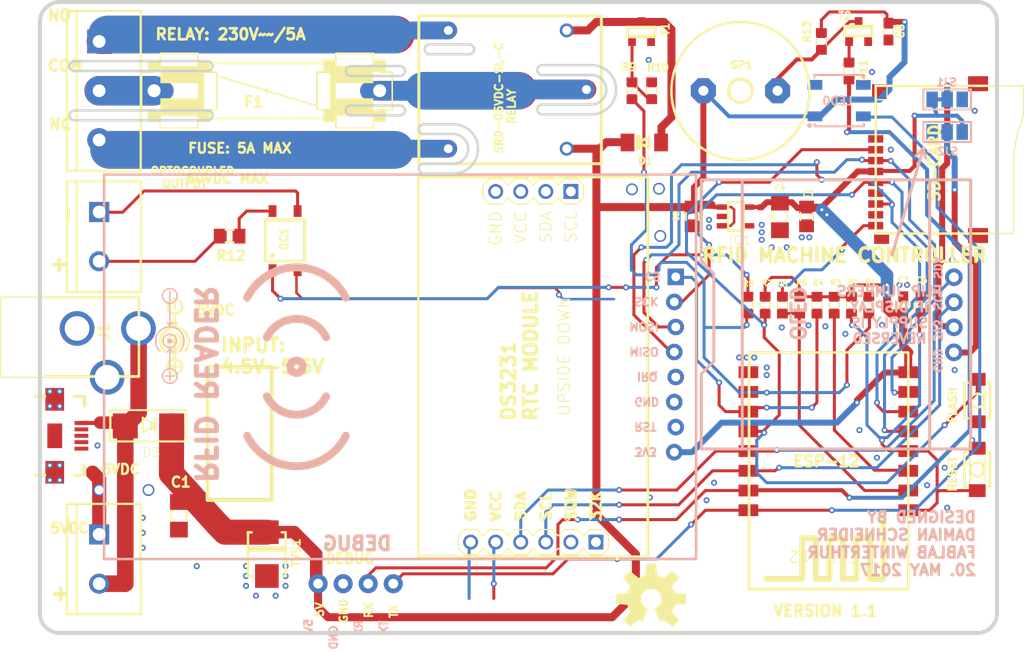
<source format=kicad_pcb>
(kicad_pcb (version 20240108) (generator "pcbnew") (generator_version "8.0")
  (layers (0 "F.Cu" signal) (31 "B.Cu" signal) (34 "B.Paste" user) (35 "F.Paste" user) (36 "B.SilkS" user "B.Silkscreen") (37 "F.SilkS" user "F.Silkscreen") (38 "B.Mask" user) (39 "F.Mask" user) (44 "Edge.Cuts" user))
  (net 0 "")
  (net 1 "GND")
  (net 2 "SD_CSN")
  (net 3 "+5V")
  (net 4 "+3V3")
  (net 5 "RESET")
  (net 6 "ESP_RX")
  (net 7 "ESP_TX")
  (net 8 "SPI_MOSI")
  (net 9 "SPI_MISO")
  (net 10 "SPI_SCK")
  (net 11 "I2C_SCL")
  (net 12 "RELAY_OUT")
  (net 13 "CHPD")
  (net 14 "ADC")
  (net 15 "~{SDCARD_DETECT}")
  (net 16 "RFID_CSN")
  (net 17 "I2C_SDA")
  (net 18 "GND.2")
  (net 19 "VCC.2")
  (net 20 "N$4")
  (net 21 "N$6")
  (net 22 "N$13")
  (net 23 "N$15")
  (net 24 "N$8")
  (net 25 "N$11")
  (net 26 "N$12")
  (net 27 "N$14")
  (net 28 "N$16")
  (net 29 "N$17")
  (net 30 "N$18")
  (net 31 "N$1")
  (net 32 "VCC")
  (net 33 "N$2")
  (net 34 "N$3")
  (footprint "Fablab_RFID_conroller_V1:1X04_ROUND_76" (layer "F.Cu") (at 132.0011 132.0036)
    (property "Reference" "JP2" (hide yes))
    (property "Value" "")
  )
  (footprint "" (layer "F.Cu") (at 116.0011 133.0036)
    (property "Reference" "@HOLE1" (hide yes))
    (property "Value" "")
  )
  (footprint "Fablab_RFID_conroller_V1:OSHW-LOGO-L" (layer "F.Cu") (at 161.9511 133.5536)
    (property "Reference" "U$6" (hide yes))
    (property "Value" "" (hide yes))
  )
  (footprint "Fablab_RFID_conroller_V1:PW-3P-2.1" (layer "F.Cu") (at 103.0011 107.0036)
    (property "Reference" "J1")
    (property "Value" "JACK-DC-3P-3410020P1")
  )
  (footprint "Fablab_RFID_conroller_V1:C1206" (layer "F.Cu") (at 114.0891 125.1196 -90)
    (property "Reference" "C1")
    (property "Value" "100uF")
  )
  (footprint "Fablab_RFID_conroller_V1:R0603" (layer "F.Cu") (at 179.2011 77.0036 90)
    (property "Reference" "R13")
    (property "Value" "10k")
  )
  (footprint "Fablab_RFID_conroller_V1:MINIMELF" (layer "F.Cu") (at 161.2511 87.2536)
    (property "Reference" "D1")
    (property "Value" "")
  )
  (footprint "Fablab_RFID_conroller_V1:DTSM-3" (layer "F.Cu") (at 195.0011 120.4156 -90)
    (property "Reference" "RESET0" (hide yes))
    (property "Value" "DTSM-3" (hide yes))
  )
  (footprint "Fablab_RFID_conroller_V1:R0603" (layer "F.Cu") (at 162.0011 82.0036 90)
    (property "Reference" "R10")
    (property "Value" "10k ")
  )
  (footprint "Fablab_RFID_conroller_V1:SRD-05VDC-SL-C" (layer "F.Cu") (at 148.0011 82.0036 180)
    (property "Reference" "REL1" (hide yes))
    (property "Value" "RELAYPTH")
  )
  (footprint "Fablab_RFID_conroller_V1:DTSM-3" (layer "F.Cu") (at 195.0011 113.4316 -90)
    (property "Reference" "GPIO0" (hide yes))
    (property "Value" "DTSM-3" (hide yes))
  )
  (footprint "Fablab_RFID_conroller_V1:C0603" (layer "F.Cu") (at 187.5011 103.7536 90)
    (property "Reference" "C7")
    (property "Value" "100nF" (hide yes))
  )
  (footprint "Fablab_RFID_conroller_V1:R0603" (layer "F.Cu") (at 171.7511 103.7536 90)
    (property "Reference" "R8")
    (property "Value" "470")
  )
  (footprint "Fablab_RFID_conroller_V1:R0603" (layer "F.Cu") (at 184.0011 103.7536 90)
    (property "Reference" "R1")
    (property "Value" "10k " (hide yes))
  )
  (footprint "Fablab_RFID_conroller_V1:C0805" (layer "F.Cu") (at 177.7011 94.7536 -90)
    (property "Reference" "C3")
    (property "Value" "10uF" (hide yes))
  )
  (footprint "Fablab_RFID_conroller_V1:SCREWTERMINAL-5MM-3" (layer "F.Cu") (at 106.0011 77.0036 -90)
    (property "Reference" "JP6" (hide yes))
    (property "Value" "")
  )
  (footprint "" (layer "F.Cu") (at 156.0011 133.0036)
    (property "Reference" "@HOLE2" (hide yes))
    (property "Value" "")
  )
  (footprint "Fablab_RFID_conroller_V1:ESP8266-ESP12" (layer "F.Cu") (at 188.0011 108.5536 180)
    (property "Reference" "ESP0" (hide yes))
    (property "Value" "ESP8266_ESP-12" (hide yes))
  )
  (footprint "Fablab_RFID_conroller_V1:SOT-23" (layer "F.Cu") (at 161.0011 76.0036 180)
    (property "Reference" "T1")
    (property "Value" "")
  )
  (footprint "Fablab_RFID_conroller_V1:R0805" (layer "F.Cu") (at 119.2241 96.7496 180)
    (property "Reference" "R12")
    (property "Value" "1k")
  )
  (footprint "Fablab_RFID_conroller_V1:SOP04" (layer "F.Cu") (at 124.8431 97.2096)
    (property "Reference" "OC1")
    (property "Value" "OPTOCOUPLER" (hide yes))
  )
  (footprint "Fablab_RFID_conroller_V1:9P-SMD-W-RING" (layer "F.Cu") (at 192.2011 89.0036)
    (property "Reference" "SD0" (hide yes))
    (property "Value" "MICRO-SDCARD-CONNECTOR-3300060P1" (hide yes))
  )
  (footprint "Fablab_RFID_conroller_V1:R0603" (layer "F.Cu") (at 182.2511 103.7536 90)
    (property "Reference" "R2")
    (property "Value" "10k" (hide yes))
  )
  (footprint "Fablab_RFID_conroller_V1:SMBJ" (layer "F.Cu") (at 123.0011 129.0036 -90)
    (property "Reference" "TVS1")
    (property "Value" "TVS-SMBJ")
  )
  (footprint "Fablab_RFID_conroller_V1:C0603" (layer "F.Cu") (at 186.0011 76.0036 -90)
    (property "Reference" "C8")
    (property "Value" "100nF")
  )
  (footprint "Fablab_RFID_conroller_V1:SOT-23" (layer "F.Cu") (at 183.0011 76.0036 180)
    (property "Reference" "T2")
    (property "Value" "")
  )
  (footprint "Fablab_RFID_conroller_V1:C0603" (layer "F.Cu") (at 189.2511 103.7536 -90)
    (property "Reference" "C6")
    (property "Value" "100nF" (hide yes))
  )
  (footprint "Fablab_RFID_conroller_V1:SCREWTERMINAL-5MM-2" (layer "F.Cu") (at 106.0011 94.3036 -90)
    (property "Reference" "JP9" (hide yes))
    (property "Value" "M025MM")
  )
  (footprint "" (layer "F.Cu") (at 193.0011 77.0036)
    (property "Reference" "@HOLE0" (hide yes))
    (property "Value" "")
  )
  (footprint "Fablab_RFID_conroller_V1:R0603" (layer "F.Cu") (at 177.0011 103.7536 -90)
    (property "Reference" "R5")
    (property "Value" "10k" (hide yes))
  )
  (footprint "Fablab_RFID_conroller_V1:USB-B-MICRO-SMD_V03" (layer "F.Cu") (at 101.5011 117.0036)
    (property "Reference" "USB0" (hide yes))
    (property "Value" "USB_MICROB_PLUGCONN-11752" (hide yes))
  )
  (footprint "Fablab_RFID_conroller_V1:AL60P" (layer "F.Cu") (at 171.0011 82.0036)
    (property "Reference" "SP1")
    (property "Value" "SPEAKER/AL60P")
  )
  (footprint "Fablab_RFID_conroller_V1:SOT23-5" (layer "F.Cu") (at 170.5011 94.7536 -90)
    (property "Reference" "IC1")
    (property "Value" "V_REG_LDOSMD")
  )
  (footprint "Fablab_RFID_conroller_V1:R0603" (layer "F.Cu") (at 178.7511 103.7536 -90)
    (property "Reference" "R4")
    (property "Value" "10k" (hide yes))
  )
  (footprint "Fablab_RFID_conroller_V1:FUSE" (layer "F.Cu") (at 123.0011 82.0036)
    (property "Reference" "F1")
    (property "Value" "")
  )
  (footprint "Fablab_RFID_conroller_V1:R0603" (layer "F.Cu") (at 175.2511 103.7536 90)
    (property "Reference" "R6")
    (property "Value" "1k" (hide yes))
  )
  (footprint "Fablab_RFID_conroller_V1:RTC-DS3231_FLIPPED" (layer "F.Cu") (at 150.0011 110.0036 90)
    (property "Reference" "U$2" (hide yes))
    (property "Value" "RTC-DS3231-AT24C32FLIPPED")
  )
  (footprint "Fablab_RFID_conroller_V1:SCREWTERMINAL-5MM-2" (layer "F.Cu") (at 106.0011 127.0036 -90)
    (property "Reference" "JP8" (hide yes))
    (property "Value" "M025MM")
  )
  (footprint "Fablab_RFID_conroller_V1:SMADIODE" (layer "F.Cu") (at 111.0011 116.0036 180)
    (property "Reference" "D3")
    (property "Value" "")
  )
  (footprint "Fablab_RFID_conroller_V1:R0603" (layer "F.Cu") (at 173.5011 103.7536 90)
    (property "Reference" "R7")
    (property "Value" "10k" (hide yes))
  )
  (footprint "Fablab_RFID_conroller_V1:R0603" (layer "F.Cu") (at 182.0011 80.0036 90)
    (property "Reference" "R11")
    (property "Value" "1k")
  )
  (footprint "Fablab_RFID_conroller_V1:C1206" (layer "F.Cu") (at 175.0011 94.7536 -90)
    (property "Reference" "C4")
    (property "Value" "NC" (hide yes))
  )
  (footprint "Fablab_RFID_conroller_V1:R0603" (layer "F.Cu") (at 180.5011 103.7536 90)
    (property "Reference" "R3")
    (property "Value" "10k" (hide yes))
  )
  (footprint "Fablab_RFID_conroller_V1:R0603" (layer "F.Cu") (at 160.0011 82.0036 90)
    (property "Reference" "R9")
    (property "Value" "1k")
  )
  (footprint "Fablab_RFID_conroller_V1:C0805" (layer "F.Cu") (at 166.1011 94.7536 -90)
    (property "Reference" "C2")
    (property "Value" "10uF" (hide yes))
  )
  (footprint "Fablab_RFID_conroller_V1:PAD-JUMPER-3-2OF3_NC_BY_TRACE_YES_SILK_LARGE" (layer "B.Cu") (at 191.9491 82.8856 180)
    (property "Reference" "SJ1")
    (property "Value" "JUMPER-PAD-3-2OF3_NC_BY_TRACE_LARGE")
  )
  (footprint "Fablab_RFID_conroller_V1:OLED_0.96_I2C_NOHOLES" (layer "B.Cu") (at 181.0011 105.0036 90)
    (property "Reference" "OLED0" (hide yes))
    (property "Value" "OLED_0.96_I2CNOHOLES" (hide yes))
  )
  (footprint "Fablab_RFID_conroller_V1:WS2812B" (layer "B.Cu") (at 181.0011 83.0036)
    (property "Reference" "LED0")
    (property "Value" "")
  )
  (footprint "Fablab_RFID_conroller_V1:RFID-RC522-MODULE" (layer "B.Cu") (at 136.0011 110.0036 90)
    (property "Reference" "RFID0" (hide yes))
    (property "Value" "RFID_MODULE_RC522" (hide yes))
  )
  (footprint "Fablab_RFID_conroller_V1:PAD-JUMPER-3-2OF3_NC_BY_TRACE_YES_SILK_LARGE" (layer "B.Cu") (at 191.9491 86.1876 180)
    (property "Reference" "SJ2")
    (property "Value" "JUMPER-PAD-3-2OF3_NC_BY_TRACE_LARGE")
  )
  (gr_line (start 189.5361 87.2036) (end 189.5361 85.1716) (stroke (width 0.2032)) (layer "B.SilkS"))
  (gr_line (start 189.5361 87.8466) (end 188.7741 88.6086) (stroke (width 0.3048)) (layer "B.SilkS"))
  (gr_line (start 194.3621 81.8696) (end 194.3621 83.9016) (stroke (width 0.2032)) (layer "B.SilkS"))
  (gr_line (start 194.3621 87.2036) (end 189.5361 87.2036) (stroke (width 0.2032)) (layer "B.SilkS"))
  (gr_line (start 189.5361 85.1716) (end 194.3621 85.1716) (stroke (width 0.2032)) (layer "B.SilkS"))
  (gr_line (start 189.5361 81.8696) (end 194.3621 81.8696) (stroke (width 0.2032)) (layer "B.SilkS"))
  (gr_line (start 189.5361 87.8466) (end 189.7901 88.8372) (stroke (width 0.3048)) (layer "B.SilkS"))
  (gr_line (start 186.3611 98.6496) (end 189.5361 87.8466) (stroke (width 0.3048)) (layer "B.SilkS"))
  (gr_line (start 189.5361 83.9016) (end 189.5361 81.8696) (stroke (width 0.2032)) (layer "B.SilkS"))
  (gr_line (start 194.3621 85.1716) (end 194.3621 87.2036) (stroke (width 0.2032)) (layer "B.SilkS"))
  (gr_line (start 194.3621 83.9016) (end 189.5361 83.9016) (stroke (width 0.2032)) (layer "B.SilkS"))
  (gr_line (start 107.1131 114.3976) (end 114.8601 114.3976) (stroke (width 0.2032)) (layer "F.SilkS"))
  (gr_line (start 100.5091 102.9676) (end 110.0341 102.9676) (stroke (width 0.254)) (layer "F.SilkS"))
  (gr_line (start 196.6481 81.5046) (end 184.7101 81.5046) (stroke (width 0.254)) (layer "F.SilkS"))
  (gr_line (start 103.7311 90.1136) (end 102.7311 90.1136) (stroke (width 0.2032)) (layer "F.SilkS"))
  (gr_line (start 110.4151 116.6836) (end 111.6851 115.9216) (stroke (width 0.2032)) (layer "F.SilkS"))
  (gr_line (start 185.4975 125.1164) (end 185.4975 131.5172) (stroke (width 0.6096)) (layer "F.SilkS"))
  (gr_line (start 129.9961 79.4936) (end 129.9961 78.2236) (stroke (width 0.1524)) (layer "F.SilkS"))
  (gr_line (start 117.2961 79.2396) (end 128.7261 79.2396) (stroke (width 0.1524)) (layer "F.SilkS"))
  (gr_line (start 110.0341 102.9676) (end 110.0341 110.9686) (stroke (width 0.254)) (layer "F.SilkS"))
  (gr_line (start 121.2101 128.4456) (end 124.7661 128.4456) (stroke (width 0.4064)) (layer "F.SilkS"))
  (gr_line (start 103.7311 73.9136) (end 110.2311 73.9136) (stroke (width 0.2032)) (layer "F.SilkS"))
  (gr_line (start 104.5731 121.0016) (end 104.5731 119.9856) (stroke (width 0.254)) (layer "F.SilkS"))
  (gr_line (start 184.3441 76.4576) (end 181.5501 76.4576) (stroke (width 0.254)) (layer "F.SilkS"))
  (gr_arc (start 112.6391 108.4446) (mid 113.6551 105.991759) (end 114.6711 108.4446) (stroke (width 0.254)) (layer "F.SilkS"))
  (gr_line (start 169.7495 96.1858) (end 169.7495 93.3156) (stroke (width 0.254)) (layer "F.SilkS"))
  (gr_line (start 188.0121 108.5556) (end 188.0121 132.5586) (stroke (width 0.254)) (layer "F.SilkS"))
  (gr_line (start 171.8831 108.5556) (end 188.0121 108.5556) (stroke (width 0.254)) (layer "F.SilkS"))
  (gr_line (start 113.5281 107.4286) (end 113.6551 107.5556) (stroke (width 0.254)) (layer "F.SilkS"))
  (gr_circle (center 113.6551 103.8726) (end 114.3956 103.8726) (stroke (width 0.254)) (fill none) (layer "F.SilkS"))
  (gr_line (start 161.5961 90.7756) (end 161.5961 129.2566) (stroke (width 0.254)) (layer "F.SilkS"))
  (gr_circle (center 123.0111 82.0336) (end 123.1381 82.0336) (stroke (width 0.1524)) (fill none) (layer "F.SilkS"))
  (gr_line (start 122.8611 95.0936) (end 126.7981 95.0936) (stroke (width 0.254)) (layer "F.SilkS"))
  (gr_line (start 117.9311 80.5096) (end 117.9311 83.9386) (stroke (width 0.1524)) (layer "F.SilkS"))
  (gr_line (start 117.9311 80.1286) (end 117.9311 80.5096) (stroke (width 0.1524)) (layer "F.SilkS"))
  (gr_line (start 113.6551 107.5556) (end 113.6551 107.3016) (stroke (width 0.254)) (layer "F.SilkS"))
  (gr_line (start 117.9311 80.5096) (end 128.0911 83.5576) (stroke (width 0.1524)) (layer "F.SilkS"))
  (gr_line (start 184.7101 96.4906) (end 196.5211 96.4906) (stroke (width 0.254)) (layer "F.SilkS"))
  (gr_circle (center 113.6551 109.9686) (end 114.3956 109.9686) (stroke (width 0.254)) (fill none) (layer "F.SilkS"))
  (gr_line (start 126.7981 99.2846) (end 122.8611 99.2846) (stroke (width 0.254)) (layer "F.SilkS"))
  (gr_line (start 103.7311 90.1136) (end 103.7311 73.9136) (stroke (width 0.2032)) (layer "F.SilkS"))
  (gr_line (start 184.1259 127.4024) (end 182.7543 127.4024) (stroke (width 0.6096)) (layer "F.SilkS"))
  (gr_line (start 110.4151 115.1596) (end 110.4151 116.6836) (stroke (width 0.2032)) (layer "F.SilkS"))
  (gr_line (start 123.5011 110.0036) (end 123.5011 123.5036) (stroke (width 0.4064)) (layer "F.SilkS"))
  (gr_line (start 113.6551 110.3766) (end 113.6551 109.5606) (stroke (width 0.254)) (layer "F.SilkS"))
  (gr_line (start 116.6611 80.1286) (end 117.9311 80.1286) (stroke (width 0.1524)) (layer "F.SilkS"))
  (gr_line (start 117.0011 110.0036) (end 123.5011 110.0036) (stroke (width 0.4064)) (layer "F.SilkS"))
  (gr_line (start 184.3441 75.4416) (end 184.3441 76.4576) (stroke (width 0.254)) (layer "F.SilkS"))
  (gr_line (start 162.3581 75.5356) (end 162.3581 76.5516) (stroke (width 0.254)) (layer "F.SilkS"))
  (gr_line (start 180.0111 127.4024) (end 180.0111 131.5172) (stroke (width 0.6096)) (layer "F.SilkS"))
  (gr_line (start 110.2311 135.1136) (end 103.7311 135.1136) (stroke (width 0.2032)) (layer "F.SilkS"))
  (gr_line (start 133.8061 79.4936) (end 133.8061 78.2236) (stroke (width 0.1524)) (layer "F.SilkS"))
  (gr_line (start 113.6551 108.1906) (end 113.4011 108.5716) (stroke (width 0.254)) (layer "F.SilkS"))
  (gr_line (start 177.2679 131.5172) (end 173.6103 131.5172) (stroke (width 0.6096)) (layer "F.SilkS"))
  (gr_line (start 160.5801 86.5846) (end 160.5801 87.2196) (stroke (width 0.254)) (layer "F.SilkS"))
  (gr_line (start 188.0121 132.5586) (end 171.8831 132.5586) (stroke (width 0.254)) (layer "F.SilkS"))
  (gr_circle (center 123.4961 98.7766) (end 123.6231 98.7766) (stroke (width 0.254)) (fill none) (layer "F.SilkS"))
  (gr_line (start 156.9011 74.4036) (end 156.9011 89.4036) (stroke (width 0.3048)) (layer "F.SilkS"))
  (gr_line (start 177.2679 127.4024) (end 177.2679 131.5172) (stroke (width 0.6096)) (layer "F.SilkS"))
  (gr_line (start 103.7311 135.1136) (end 102.7311 135.1136) (stroke (width 0.2032)) (layer "F.SilkS"))
  (gr_line (start 138.4011 89.4036) (end 138.4011 74.4036) (stroke (width 0.3048)) (layer "F.SilkS"))
  (gr_line (start 112.2161 79.4936) (end 112.2161 78.2236) (stroke (width 0.1524)) (layer "F.SilkS"))
  (gr_line (start 117.0011 123.5036) (end 117.0011 110.0036) (stroke (width 0.4064)) (layer "F.SilkS"))
  (gr_line (start 122.8611 99.2846) (end 122.8611 95.0936) (stroke (width 0.254)) (layer "F.SilkS"))
  (gr_line (start 114.8601 117.5726) (end 107.1131 117.5726) (stroke (width 0.2032)) (layer "F.SilkS"))
  (gr_line (start 182.7543 131.5172) (end 181.3827 131.5172) (stroke (width 0.6096)) (layer "F.SilkS"))
  (gr_line (start 160.5801 87.2196) (end 160.5801 87.8546) (stroke (width 0.254)) (layer "F.SilkS"))
  (gr_line (start 103.7311 123.9136) (end 110.2311 123.9136) (stroke (width 0.2032)) (layer "F.SilkS"))
  (gr_line (start 178.6395 131.5172) (end 178.6395 127.4024) (stroke (width 0.6096)) (layer "F.SilkS"))
  (gr_line (start 102.7311 135.1136) (end 102.7311 123.9136) (stroke (width 0.2032)) (layer "F.SilkS"))
  (gr_line (start 117.9311 83.9386) (end 116.6611 83.9386) (stroke (width 0.1524)) (layer "F.SilkS"))
  (gr_line (start 138.4011 74.4036) (end 156.9011 74.4036) (stroke (width 0.3048)) (layer "F.SilkS"))
  (gr_line (start 133.8061 85.8436) (end 133.8061 84.5736) (stroke (width 0.1524)) (layer "F.SilkS"))
  (gr_line (start 113.6551 108.1906) (end 113.6551 109.2066) (stroke (width 0.254)) (layer "F.SilkS"))
  (gr_line (start 129.9961 84.5736) (end 129.9961 85.8436) (stroke (width 0.1524)) (layer "F.SilkS"))
  (gr_line (start 124.8931 131.2396) (end 124.5121 131.2396) (stroke (width 0.254)) (layer "F.SilkS"))
  (gr_arc (start 112.6391 108.4446) (mid 113.6551 105.991759) (end 114.6711 108.4446) (stroke (width 0.254)) (layer "F.SilkS"))
  (gr_line (start 126.7981 95.0936) (end 126.7981 99.2846) (stroke (width 0.254)) (layer "F.SilkS"))
  (gr_line (start 171.3243 93.3156) (end 171.3243 96.1858) (stroke (width 0.254)) (layer "F.SilkS"))
  (gr_line (start 171.3243 96.1858) (end 169.7495 96.1858) (stroke (width 0.254)) (layer "F.SilkS"))
  (gr_line (start 102.7311 102.4136) (end 102.7311 91.2136) (stroke (width 0.2032)) (layer "F.SilkS"))
  (gr_line (start 185.4975 131.5172) (end 184.1259 131.5172) (stroke (width 0.6096)) (layer "F.SilkS"))
  (gr_line (start 181.3827 131.5172) (end 181.3827 127.4024) (stroke (width 0.6096)) (layer "F.SilkS"))
  (gr_line (start 114.8601 114.3976) (end 114.8601 117.5726) (stroke (width 0.2032)) (layer "F.SilkS"))
  (gr_line (start 138.3551 129.2566) (end 138.3551 90.7756) (stroke (width 0.254)) (layer "F.SilkS"))
  (gr_line (start 161.7231 87.8546) (end 160.5801 87.2196) (stroke (width 0.254)) (layer "F.SilkS"))
  (gr_line (start 156.9011 89.4036) (end 138.4011 89.4036) (stroke (width 0.3048)) (layer "F.SilkS"))
  (gr_line (start 178.6395 127.4024) (end 177.2679 127.4024) (stroke (width 0.6096)) (layer "F.SilkS"))
  (gr_line (start 171.8831 132.5586) (end 171.8831 108.5556) (stroke (width 0.254)) (layer "F.SilkS"))
  (gr_line (start 113.6551 108.1906) (end 113.9091 108.5716) (stroke (width 0.254)) (layer "F.SilkS"))
  (gr_line (start 113.2471 109.9686) (end 114.0631 109.9686) (stroke (width 0.254)) (layer "F.SilkS"))
  (gr_line (start 103.7311 91.2136) (end 110.2311 91.2136) (stroke (width 0.2032)) (layer "F.SilkS"))
  (gr_line (start 135.7111 80.1286) (end 135.7111 83.9386) (stroke (width 0.1524)) (layer "F.SilkS"))
  (gr_line (start 123.5011 123.5036) (end 117.0011 123.5036) (stroke (width 0.4064)) (layer "F.SilkS"))
  (gr_line (start 102.7311 123.9136) (end 103.7311 123.9136) (stroke (width 0.2032)) (layer "F.SilkS"))
  (gr_circle (center 170.9941 82.0126) (end 177.989481 82.0126) (stroke (width 0.254)) (fill none) (layer "F.SilkS"))
  (gr_line (start 102.7311 73.9136) (end 103.7311 73.9136) (stroke (width 0.2032)) (layer "F.SilkS"))
  (gr_line (start 103.7311 135.1136) (end 103.7311 123.9136) (stroke (width 0.2032)) (layer "F.SilkS"))
  (gr_line (start 129.3611 80.1286) (end 128.0911 80.1286) (stroke (width 0.1524)) (layer "F.SilkS"))
  (gr_line (start 169.7495 93.3156) (end 171.3243 93.3156) (stroke (width 0.254)) (layer "F.SilkS"))
  (gr_line (start 184.7101 81.5046) (end 184.7101 96.4906) (stroke (width 0.254)) (layer "F.SilkS"))
  (gr_line (start 181.5501 76.4576) (end 181.5501 75.4416) (stroke (width 0.254)) (layer "F.SilkS"))
  (gr_line (start 181.5501 75.4416) (end 184.3441 75.4416) (stroke (width 0.254)) (layer "F.SilkS"))
  (gr_circle (center 113.6551 107.4286) (end 113.8347 107.4286) (stroke (width 0.254)) (fill none) (layer "F.SilkS"))
  (gr_line (start 134.4411 80.1286) (end 135.7111 80.1286) (stroke (width 0.1524)) (layer "F.SilkS"))
  (gr_line (start 111.6851 115.1596) (end 111.6851 116.6836) (stroke (width 0.2032)) (layer "F.SilkS"))
  (gr_line (start 113.6551 105.9046) (end 113.6551 104.6346) (stroke (width 0.254)) (layer "F.SilkS"))
  (gr_line (start 159.5641 75.5356) (end 162.3581 75.5356) (stroke (width 0.254)) (layer "F.SilkS"))
  (gr_line (start 103.7311 102.4136) (end 102.7311 102.4136) (stroke (width 0.2032)) (layer "F.SilkS"))
  (gr_line (start 182.7543 127.4024) (end 182.7543 131.5172) (stroke (width 0.6096)) (layer "F.SilkS"))
  (gr_line (start 110.2311 90.1136) (end 103.7311 90.1136) (stroke (width 0.2032)) (layer "F.SilkS"))
  (gr_line (start 110.2311 73.9136) (end 110.2311 90.1136) (stroke (width 0.2032)) (layer "F.SilkS"))
  (gr_line (start 110.0341 110.9686) (end 100.5091 110.9686) (stroke (width 0.254)) (layer "F.SilkS"))
  (gr_line (start 113.6551 105.9046) (end 113.9091 105.5236) (stroke (width 0.254)) (layer "F.SilkS"))
  (gr_line (start 104.5731 113.0006) (end 104.5731 114.0166) (stroke (width 0.254)) (layer "F.SilkS"))
  (gr_line (start 161.7231 86.7116) (end 161.7231 87.8546) (stroke (width 0.254)) (layer "F.SilkS"))
  (gr_line (start 110.2311 123.9136) (end 110.2311 135.1136) (stroke (width 0.2032)) (layer "F.SilkS"))
  (gr_line (start 110.2311 102.4136) (end 103.7311 102.4136) (stroke (width 0.2032)) (layer "F.SilkS"))
  (gr_line (start 128.0911 83.9386) (end 128.0911 83.5576) (stroke (width 0.1524)) (layer "F.SilkS"))
  (gr_line (start 116.0261 85.8436) (end 116.0261 84.5736) (stroke (width 0.1524)) (layer "F.SilkS"))
  (gr_line (start 110.3111 83.9386) (end 111.5811 83.9386) (stroke (width 0.1524)) (layer "F.SilkS"))
  (gr_line (start 107.1131 117.5726) (end 107.1131 114.3976) (stroke (width 0.2032)) (layer "F.SilkS"))
  (gr_line (start 116.0261 79.4936) (end 116.0261 78.2236) (stroke (width 0.1524)) (layer "F.SilkS"))
  (gr_line (start 102.7311 91.2136) (end 103.7311 91.2136) (stroke (width 0.2032)) (layer "F.SilkS"))
  (gr_line (start 113.6551 107.5556) (end 113.7821 107.4286) (stroke (width 0.254)) (layer "F.SilkS"))
  (gr_line (start 161.5961 129.2566) (end 138.3551 129.2566) (stroke (width 0.254)) (layer "F.SilkS"))
  (gr_line (start 113.6551 107.3016) (end 113.5281 107.4286) (stroke (width 0.254)) (layer "F.SilkS"))
  (gr_line (start 110.3111 83.9386) (end 110.3111 80.1286) (stroke (width 0.1524)) (layer "F.SilkS"))
  (gr_circle (center 170.9941 82.0126) (end 172.164981 82.0126) (stroke (width 0.254)) (fill none) (layer "F.SilkS"))
  (gr_line (start 102.7311 90.1136) (end 102.7311 73.9136) (stroke (width 0.2032)) (layer "F.SilkS"))
  (gr_line (start 111.6851 115.9216) (end 110.4151 115.1596) (stroke (width 0.2032)) (layer "F.SilkS"))
  (gr_line (start 162.3581 76.5516) (end 159.5641 76.5516) (stroke (width 0.254)) (layer "F.SilkS"))
  (gr_line (start 181.3827 127.4024) (end 180.0111 127.4024) (stroke (width 0.6096)) (layer "F.SilkS"))
  (gr_line (start 133.8061 85.8436) (end 129.9961 85.8436) (stroke (width 0.1524)) (layer "F.SilkS"))
  (gr_line (start 111.5811 80.1286) (end 110.3111 80.1286) (stroke (width 0.1524)) (layer "F.SilkS"))
  (gr_line (start 128.0911 83.9386) (end 129.3611 83.9386) (stroke (width 0.1524)) (layer "F.SilkS"))
  (gr_line (start 184.1259 131.5172) (end 184.1259 127.4024) (stroke (width 0.6096)) (layer "F.SilkS"))
  (gr_line (start 159.5641 76.5516) (end 159.5641 75.5356) (stroke (width 0.254)) (layer "F.SilkS"))
  (gr_line (start 124.5121 126.7946) (end 124.8931 126.7946) (stroke (width 0.254)) (layer "F.SilkS"))
  (gr_line (start 103.7311 102.4136) (end 103.7311 91.2136) (stroke (width 0.2032)) (layer "F.SilkS"))
  (gr_line (start 121.0831 126.7946) (end 121.0831 131.2396) (stroke (width 0.254)) (layer "F.SilkS"))
  (gr_line (start 113.6551 104.1806) (end 113.6551 103.5646) (stroke (width 0.254)) (layer "F.SilkS"))
  (gr_line (start 113.6551 105.9046) (end 113.4011 105.5236) (stroke (width 0.254)) (layer "F.SilkS"))
  (gr_line (start 112.2161 78.2236) (end 116.0261 78.2236) (stroke (width 0.1524)) (layer "F.SilkS"))
  (gr_line (start 135.7111 83.9386) (end 134.4411 83.9386) (stroke (width 0.1524)) (layer "F.SilkS"))
  (gr_line (start 103.4301 121.0016) (end 104.5731 121.0016) (stroke (width 0.254)) (layer "F.SilkS"))
  (gr_line (start 180.0111 131.5172) (end 178.6395 131.5172) (stroke (width 0.6096)) (layer "F.SilkS"))
  (gr_line (start 129.9961 78.2236) (end 133.8061 78.2236) (stroke (width 0.1524)) (layer "F.SilkS"))
  (gr_line (start 124.8931 126.7946) (end 124.8931 131.2396) (stroke (width 0.254)) (layer "F.SilkS"))
  (gr_line (start 138.3551 90.7756) (end 161.5961 90.7756) (stroke (width 0.254)) (layer "F.SilkS"))
  (gr_line (start 117.2961 84.8276) (end 128.7261 84.8276) (stroke (width 0.1524)) (layer "F.SilkS"))
  (gr_line (start 112.2161 84.5736) (end 112.2161 85.8436) (stroke (width 0.1524)) (layer "F.SilkS"))
  (gr_line (start 160.5801 87.2196) (end 161.7231 86.7116) (stroke (width 0.254)) (layer "F.SilkS"))
  (gr_line (start 116.0261 85.8436) (end 112.2161 85.8436) (stroke (width 0.1524)) (layer "F.SilkS"))
  (gr_line (start 121.0831 131.2396) (end 121.4641 131.2396) (stroke (width 0.254)) (layer "F.SilkS"))
  (gr_circle (center 113.6551 107.4286) (end 114.339 107.4286) (stroke (width 0.254)) (fill none) (layer "F.SilkS"))
  (gr_line (start 128.0911 83.5576) (end 128.0911 80.1286) (stroke (width 0.1524)) (layer "F.SilkS"))
  (gr_line (start 110.2311 91.2136) (end 110.2311 102.4136) (stroke (width 0.2032)) (layer "F.SilkS"))
  (gr_line (start 103.4301 113.0006) (end 104.5731 113.0006) (stroke (width 0.254)) (layer "F.SilkS"))
  (gr_line (start 121.4641 126.7946) (end 121.0831 126.7946) (stroke (width 0.254)) (layer "F.SilkS"))
  (gr_line (start 113.7821 107.4286) (end 113.6551 107.3016) (stroke (width 0.254)) (layer "F.SilkS"))
  (gr_arc (start 131.5011 80.5036) (mid 131.147547 80.357153) (end 131.0011 80.0036) (stroke (width 0.254)) (layer "Edge.Cuts"))
  (gr_line (start 102.0011 73.0036) (end 195.0011 73.0036) (stroke (width 0.4064)) (layer "Edge.Cuts"))
  (gr_line (start 155.9011 79.4036) (end 150.9011 79.4036) (stroke (width 0.254)) (layer "Edge.Cuts"))
  (gr_arc (start 100.0011 75.0036) (mid 100.586886 73.589386) (end 102.0011 73.0036) (stroke (width 0.4064)) (layer "Edge.Cuts"))
  (gr_arc (start 137.0011 80.0036) (mid 136.854653 80.357153) (end 136.5011 80.5036) (stroke (width 0.254)) (layer "Edge.Cuts"))
  (gr_arc (start 131.0011 80.0036) (mid 131.147547 79.650047) (end 131.5011 79.5036) (stroke (width 0.254)) (layer "Edge.Cuts"))
  (gr_arc (start 138.4011 89.9036) (mid 138.547547 89.550047) (end 138.9011 89.4036) (stroke (width 0.254)) (layer "Edge.Cuts"))
  (gr_line (start 141.9011 89.4036) (end 138.9011 89.4036) (stroke (width 0.254)) (layer "Edge.Cuts"))
  (gr_arc (start 136.5011 79.5036) (mid 136.854653 79.650047) (end 137.0011 80.0036) (stroke (width 0.254)) (layer "Edge.Cuts"))
  (gr_line (start 197.0011 75.0036) (end 197.0011 135.0036) (stroke (width 0.4064)) (layer "Edge.Cuts"))
  (gr_arc (start 131.0011 84.0036) (mid 131.147547 83.650047) (end 131.5011 83.5036) (stroke (width 0.254)) (layer "Edge.Cuts"))
  (gr_arc (start 103.5011 80.0036) (mid 103.147547 79.857153) (end 103.0011 79.5036) (stroke (width 0.254)) (layer "Edge.Cuts"))
  (gr_arc (start 138.9011 90.4036) (mid 138.547547 90.257153) (end 138.4011 89.9036) (stroke (width 0.254)) (layer "Edge.Cuts"))
  (gr_line (start 117.0011 85.0036) (end 103.5011 85.0036) (stroke (width 0.254)) (layer "Edge.Cuts"))
  (gr_arc (start 131.5011 84.5036) (mid 131.147547 84.357153) (end 131.0011 84.0036) (stroke (width 0.254)) (layer "Edge.Cuts"))
  (gr_arc (start 117.5011 79.5036) (mid 117.354653 79.857153) (end 117.0011 80.0036) (stroke (width 0.254)) (layer "Edge.Cuts"))
  (gr_arc (start 144.4011 87.9036) (mid 143.668867 89.671367) (end 141.9011 90.4036) (stroke (width 0.254)) (layer "Edge.Cuts"))
  (gr_arc (start 143.5011 77.3036) (mid 143.854653 77.450047) (end 144.0011 77.8036) (stroke (width 0.254)) (layer "Edge.Cuts"))
  (gr_line (start 141.9011 85.4036) (end 138.9011 85.4036) (stroke (width 0.254)) (layer "Edge.Cuts"))
  (gr_line (start 150.9011 80.4036) (end 155.9011 80.4036) (stroke (width 0.254)) (layer "Edge.Cuts"))
  (gr_arc (start 136.5011 83.5036) (mid 136.854653 83.650047) (end 137.0011 84.0036) (stroke (width 0.254)) (layer "Edge.Cuts"))
  (gr_line (start 131.5011 79.5036) (end 136.5011 79.5036) (stroke (width 0.254)) (layer "Edge.Cuts"))
  (gr_arc (start 103.5011 85.0036) (mid 103.147547 84.857153) (end 103.0011 84.5036) (stroke (width 0.254)) (layer "Edge.Cuts"))
  (gr_line (start 139.5011 77.3036) (end 143.5011 77.3036) (stroke (width 0.254)) (layer "Edge.Cuts"))
  (gr_arc (start 155.9011 80.4036) (mid 156.96176 80.84294) (end 157.4011 81.9036) (stroke (width 0.254)) (layer "Edge.Cuts"))
  (gr_arc (start 197.0011 135.0036) (mid 196.415314 136.417814) (end 195.0011 137.0036) (stroke (width 0.4064)) (layer "Edge.Cuts"))
  (gr_arc (start 157.4011 81.9036) (mid 156.96176 82.96426) (end 155.9011 83.4036) (stroke (width 0.254)) (layer "Edge.Cuts"))
  (gr_arc (start 150.4011 83.9036) (mid 150.547547 83.550047) (end 150.9011 83.4036) (stroke (width 0.254)) (layer "Edge.Cuts"))
  (gr_line (start 138.9011 90.4036) (end 141.9011 90.4036) (stroke (width 0.254)) (layer "Edge.Cuts"))
  (gr_arc (start 195.0011 73.0036) (mid 196.415314 73.589386) (end 197.0011 75.0036) (stroke (width 0.4064)) (layer "Edge.Cuts"))
  (gr_arc (start 138.9011 86.4036) (mid 138.547547 86.257153) (end 138.4011 85.9036) (stroke (width 0.254)) (layer "Edge.Cuts"))
  (gr_arc (start 102.0011 137.0036) (mid 100.586886 136.417814) (end 100.0011 135.0036) (stroke (width 0.4064)) (layer "Edge.Cuts"))
  (gr_arc (start 141.9011 85.4036) (mid 143.668867 86.135833) (end 144.4011 87.9036) (stroke (width 0.254)) (layer "Edge.Cuts"))
  (gr_line (start 195.0011 137.0036) (end 102.0011 137.0036) (stroke (width 0.4064)) (layer "Edge.Cuts"))
  (gr_line (start 138.9011 86.4036) (end 141.9011 86.4036) (stroke (width 0.254)) (layer "Edge.Cuts"))
  (gr_line (start 103.5011 79.0036) (end 117.0011 79.0036) (stroke (width 0.254)) (layer "Edge.Cuts"))
  (gr_arc (start 143.4011 87.9036) (mid 142.96176 88.96426) (end 141.9011 89.4036) (stroke (width 0.254)) (layer "Edge.Cuts"))
  (gr_arc (start 117.0011 84.0036) (mid 117.354653 84.150047) (end 117.5011 84.5036) (stroke (width 0.254)) (layer "Edge.Cuts"))
  (gr_arc (start 103.0011 79.5036) (mid 103.147547 79.150047) (end 103.5011 79.0036) (stroke (width 0.254)) (layer "Edge.Cuts"))
  (gr_arc (start 141.9011 86.4036) (mid 142.96176 86.84294) (end 143.4011 87.9036) (stroke (width 0.254)) (layer "Edge.Cuts"))
  (gr_arc (start 139.0011 77.8036) (mid 139.147547 77.450047) (end 139.5011 77.3036) (stroke (width 0.254)) (layer "Edge.Cuts"))
  (gr_arc (start 117.5011 84.5036) (mid 117.354653 84.857153) (end 117.0011 85.0036) (stroke (width 0.254)) (layer "Edge.Cuts"))
  (gr_line (start 131.5011 83.5036) (end 136.5011 83.5036) (stroke (width 0.254)) (layer "Edge.Cuts"))
  (gr_line (start 117.0011 80.0036) (end 103.5011 80.0036) (stroke (width 0.254)) (layer "Edge.Cuts"))
  (gr_arc (start 139.5011 78.3036) (mid 139.147547 78.157153) (end 139.0011 77.8036) (stroke (width 0.254)) (layer "Edge.Cuts"))
  (gr_arc (start 138.4011 85.9036) (mid 138.547547 85.550047) (end 138.9011 85.4036) (stroke (width 0.254)) (layer "Edge.Cuts"))
  (gr_arc (start 137.0011 84.0036) (mid 136.854653 84.357153) (end 136.5011 84.5036) (stroke (width 0.254)) (layer "Edge.Cuts"))
  (gr_arc (start 144.0011 77.8036) (mid 143.854653 78.157153) (end 143.5011 78.3036) (stroke (width 0.254)) (layer "Edge.Cuts"))
  (gr_arc (start 103.0011 84.5036) (mid 103.147547 84.150047) (end 103.5011 84.0036) (stroke (width 0.254)) (layer "Edge.Cuts"))
  (gr_arc (start 117.0011 79.0036) (mid 117.354653 79.150047) (end 117.5011 79.5036) (stroke (width 0.254)) (layer "Edge.Cuts"))
  (gr_arc (start 150.9011 84.4036) (mid 150.547547 84.257153) (end 150.4011 83.9036) (stroke (width 0.254)) (layer "Edge.Cuts"))
  (gr_line (start 155.9011 83.4036) (end 150.9011 83.4036) (stroke (width 0.254)) (layer "Edge.Cuts"))
  (gr_arc (start 155.9011 79.4036) (mid 157.668867 80.135833) (end 158.4011 81.9036) (stroke (width 0.254)) (layer "Edge.Cuts"))
  (gr_line (start 150.9011 84.4036) (end 155.9011 84.4036) (stroke (width 0.254)) (layer "Edge.Cuts"))
  (gr_line (start 136.5011 84.5036) (end 131.5011 84.5036) (stroke (width 0.254)) (layer "Edge.Cuts"))
  (gr_line (start 136.5011 80.5036) (end 131.5011 80.5036) (stroke (width 0.254)) (layer "Edge.Cuts"))
  (gr_line (start 143.5011 78.3036) (end 139.5011 78.3036) (stroke (width 0.254)) (layer "Edge.Cuts"))
  (gr_line (start 100.0011 135.0036) (end 100.0011 75.0036) (stroke (width 0.4064)) (layer "Edge.Cuts"))
  (gr_arc (start 150.9011 80.4036) (mid 150.547547 80.257153) (end 150.4011 79.9036) (stroke (width 0.254)) (layer "Edge.Cuts"))
  (gr_arc (start 158.4011 81.9036) (mid 157.668867 83.671367) (end 155.9011 84.4036) (stroke (width 0.254)) (layer "Edge.Cuts"))
  (gr_line (start 103.5011 84.0036) (end 117.0011 84.0036) (stroke (width 0.254)) (layer "Edge.Cuts"))
  (gr_arc (start 150.4011 79.9036) (mid 150.547547 79.550047) (end 150.9011 79.4036) (stroke (width 0.254)) (layer "Edge.Cuts"))
  (gr_text "FLIP JUMPERS\nIF DISPLAY\nSUPPLY IS\nREVERSED" (at 186.1071 104.7456 0) (layer "B.SilkS") (effects (font (size 0.9906 0.9906) (thickness 0.2794)) (justify mirror)))
  (gr_text "GND" (at 130.2271 136.1146 90) (layer "B.SilkS") (effects (font (size 0.79248 0.79248) (thickness 0.22352)) (justify left bottom mirror)))
  (gr_text "DEBUG" (at 135.8151 128.7486 0) (layer "B.SilkS") (effects (font (size 1.38684 1.38684) (thickness 0.39116)) (justify left bottom mirror)))
  (gr_text "DESIGNED BY\nDAMIAN SCHNEIDER\nFABLAB WINTERTHUR\n20. MAY 2017" (at 195.0265 131.2764 0) (layer "B.SilkS") (effects (font (size 1.109472 1.109472) (thickness 0.312928)) (justify left bottom mirror)))
  (gr_text "5V" (at 127.6871 135.4796 90) (layer "B.SilkS") (effects (font (size 0.79248 0.79248) (thickness 0.22352)) (justify left bottom mirror)))
  (gr_text "TX" (at 135.3071 135.6066 90) (layer "B.SilkS") (effects (font (size 0.79248 0.79248) (thickness 0.22352)) (justify left bottom mirror)))
  (gr_text "RX" (at 132.7671 135.6066 90) (layer "B.SilkS") (effects (font (size 0.79248 0.79248) (thickness 0.22352)) (justify left bottom mirror)))
  (gr_text "-" (at 103.592045 95.753957 90) (layer "F.SilkS") (effects (font (size 1.505712 1.505712) (thickness 0.424688)) (justify left bottom)))
  (gr_text "GND" (at 131.2431 136.1146 90) (layer "F.SilkS") (effects (font (size 0.79248 0.79248) (thickness 0.22352)) (justify left bottom)))
  (gr_text "-" (at 103.592045 127.122957 90) (layer "F.SilkS") (effects (font (size 1.505712 1.505712) (thickness 0.424688)) (justify left bottom)))
  (gr_text "5VDC" (at 100.8901 126.9706 0) (layer "F.SilkS") (effects (font (size 1.016 1.016) (thickness 0.254)) (justify left bottom)))
  (gr_text "DS3231\nRTC MODULE" (at 150.5471 115.6676 90) (layer "F.SilkS") (effects (font (size 1.38684 1.38684) (thickness 0.39116)) (justify left bottom)))
  (gr_text "+" (at 100.7631 100.4276 0) (layer "F.SilkS") (effects (font (size 1.505712 1.505712) (thickness 0.424688)) (justify left bottom)))
  (gr_text "TX" (at 136.3231 135.6066 90) (layer "F.SilkS") (effects (font (size 0.79248 0.79248) (thickness 0.22352)) (justify left bottom)))
  (gr_text "OPTOCOUPLED \n  OUTPUT" (at 111.1041 91.8866 0) (layer "F.SilkS") (effects (font (size 0.79248 0.79248) (thickness 0.22352)) (justify left bottom)))
  (gr_text "5VDC" (at 106.0971 121.0016 0) (layer "F.SilkS") (effects (font (size 1.016 1.016) (thickness 0.254)) (justify left bottom)))
  (gr_text "5VDC" (at 115.7031 104.8496 0) (layer "F.SilkS") (effects (font (size 1.016 1.016) (thickness 0.254)) (justify left bottom)))
  (gr_text "RELAY: 230V~~/5A" (at 111.5581 76.9326 0) (layer "F.SilkS") (effects (font (size 1.109472 1.109472) (thickness 0.312928)) (justify left bottom)))
  (gr_text "VERSION 1.1" (at 174.2011 135.4036 0) (layer "F.SilkS") (effects (font (size 1.109472 1.109472) (thickness 0.312928)) (justify left bottom)))
  (gr_text "32K" (at 156.3891 125.7006 90) (layer "F.SilkS") (effects (font (size 0.9906 0.9906) (thickness 0.2794)) (justify left)))
  (gr_text "+" (at 100.8901 133.8286 0) (layer "F.SilkS") (effects (font (size 1.505712 1.505712) (thickness 0.424688)) (justify left bottom)))
  (gr_text "5V" (at 128.8301 135.4796 90) (layer "F.SilkS") (effects (font (size 0.79248 0.79248) (thickness 0.22352)) (justify left bottom)))
  (gr_text "SCL" (at 151.3091 125.7006 90) (layer "F.SilkS") (effects (font (size 0.9906 0.9906) (thickness 0.2794)) (justify left)))
  (gr_text "SQW" (at 153.8491 125.7006 90) (layer "F.SilkS") (effects (font (size 0.9906 0.9906) (thickness 0.2794)) (justify left)))
  (gr_text "SDA" (at 148.7691 125.7006 90) (layer "F.SilkS") (effects (font (size 0.9906 0.9906) (thickness 0.2794)) (justify left)))
  (gr_text "NC" (at 100.7631 86.0766 0) (layer "F.SilkS") (effects (font (size 1.109472 1.109472) (thickness 0.312928)) (justify left bottom)))
  (gr_text "60VDC MAX" (at 114.5991 91.4826 0) (layer "F.SilkS") (effects (font (size 0.9906 0.9906) (thickness 0.2794)) (justify left bottom)))
  (gr_text "SD-CARD" (at 191.3141 93.4426 90) (layer "F.SilkS") (effects (font (size 1.109472 1.109472) (thickness 0.312928)) (justify left bottom)))
  (gr_text "RESET" (at 192.9651 122.7796 90) (layer "F.SilkS") (effects (font (size 0.79248 0.79248) (thickness 0.22352)) (justify left bottom)))
  (gr_text "RX" (at 133.7831 135.6066 90) (layer "F.SilkS") (effects (font (size 0.79248 0.79248) (thickness 0.22352)) (justify left bottom)))
  (gr_text "NO" (at 100.6361 75.0276 0) (layer "F.SilkS") (effects (font (size 1.109472 1.109472) (thickness 0.312928)) (justify left bottom)))
  (gr_text "RFID MACHINE CONTROLLER" (at 166.9011 99.5036 0) (layer "F.SilkS") (effects (font (size 1.38684 1.38684) (thickness 0.39116)) (justify left bottom)))
  (gr_text "VCC" (at 146.2291 125.7006 90) (layer "F.SilkS") (effects (font (size 0.9906 0.9906) (thickness 0.2794)) (justify left)))
  (gr_text "FUSE: 5A MAX" (at 114.8855 88.4134 0) (layer "F.SilkS") (effects (font (size 0.9906 0.9906) (thickness 0.2794)) (justify left bottom)))
  (gr_text "INPUT: \n4.5V-5.5V" (at 118.1971 110.7598 0) (layer "F.SilkS") (effects (font (size 1.34112 1.34112) (thickness 0.33528)) (justify left bottom)))
  (gr_text "GND" (at 143.6891 125.7006 90) (layer "F.SilkS") (effects (font (size 0.9906 0.9906) (thickness 0.2794)) (justify left)))
  (gr_text "COM" (at 100.6361 80.1076 0) (layer "F.SilkS") (effects (font (size 1.109472 1.109472) (thickness 0.312928)) (justify left bottom)))
  (gr_text "SRD-05VDC-SL-C\n     RELAY" (at 148.2611 88.4896 90) (layer "F.SilkS") (effects (font (size 0.79248 0.79248) (thickness 0.22352)) (justify left bottom)))
  (gr_text "ESP-12" (at 176.2011 120.2396 0) (layer "F.SilkS") (effects (font (size 1.109472 1.109472) (thickness 0.312928)) (justify left bottom)))
  (gr_text "DEBUG" (at 128.7793 130.044 0) (layer "F.SilkS") (effects (font (size 0.9906 0.9906) (thickness 0.2794)) (justify left bottom)))
  (gr_text "FLASH" (at 192.9651 115.7946 90) (layer "F.SilkS") (effects (font (size 0.79248 0.79248) (thickness 0.22352)) (justify left bottom)))
  (segment (start 146.4011 102.0036) (end 152.2011 102.0036) (width 0.254) (layer "F.Cu") (net 1))
  (segment (start 126.6011 103.1036) (end 145.3011 103.1036) (width 0.254) (layer "F.Cu") (net 1))
  (segment (start 126.0011 100.5036) (end 126.0011 102.5036) (width 0.254) (layer "F.Cu") (net 1))
  (segment (start 106.0011 121.3976) (end 105.3351 120.7316) (width 1.4224) (layer "F.Cu") (net 1))
  (segment (start 145.3011 103.1036) (end 146.4011 102.0036) (width 0.254) (layer "F.Cu") (net 1))
  (segment (start 152.6011 102.4036) (end 152.6011 102.7036) (width 0.254) (layer "F.Cu") (net 1))
  (segment (start 126.0011 102.5036) (end 126.6011 103.1036) (width 0.254) (layer "F.Cu") (net 1))
  (segment (start 126.1131 100.2096) (end 126.0011 100.5036) (width 0.254) (layer "F.Cu") (net 1))
  (segment (start 106.0011 127.0036) (end 106.0011 121.3976) (width 1.4224) (layer "F.Cu") (net 1))
  (segment (start 152.2011 102.0036) (end 152.6011 102.4036) (width 0.254) (layer "F.Cu") (net 1))
  (via (at 161.8271 123.2636) (size 0.6096) (drill 0.3048) (layers "F.Cu" "B.Cu") (net 1))
  (via (at 110.4151 126.8436) (size 0.6096) (drill 0.3048) (layers "F.Cu" "B.Cu") (net 1))
  (via (at 171.6291 109.0636) (size 0.6096) (drill 0.3048) (layers "F.Cu" "B.Cu") (net 1))
  (via (at 177.9791 96.8716) (size 0.6096) (drill 0.3048) (layers "F.Cu" "B.Cu") (net 1))
  (via (at 102.0011 120.0036) (size 0.6096) (drill 0.3048) (layers "F.Cu" "B.Cu") (net 1))
  (via (at 110.4151 128.3676) (size 0.6096) (drill 0.3048) (layers "F.Cu" "B.Cu") (net 1))
  (via (at 175.1851 106.0156) (size 0.6096) (drill 0.3048) (layers "F.Cu" "B.Cu") (net 1))
  (via (at 192.4571 99.1576) (size 0.6096) (drill 0.3048) (layers "F.Cu" "B.Cu") (net 1))
  (via (at 194.7431 84.0366) (size 0.6096) (drill 0.3048) (layers "F.Cu" "B.Cu") (net 1))
  (via (at 175.6931 97.8876) (size 0.6096) (drill 0.3048) (layers "F.Cu" "B.Cu") (net 1))
  (via (at 115.8931 130.2236) (size 0.6096) (drill 0.3048) (layers "F.Cu" "B.Cu") (net 1))
  (via (at 120.8931 132.2236) (size 0.6096) (drill 0.3048) (layers "F.Cu" "B.Cu") (net 1))
  (via (at 110.4151 125.3196) (size 0.6096) (drill 0.3048) (layers "F.Cu" "B.Cu") (net 1))
  (via (at 170.8671 109.0636) (size 0.6096) (drill 0.3048) (layers "F.Cu" "B.Cu") (net 1))
  (via (at 120.8931 131.2236) (size 0.6096) (drill 0.3048) (layers "F.Cu" "B.Cu") (net 1))
  (via (at 172.3911 109.0636) (size 0.6096) (drill 0.3048) (layers "F.Cu" "B.Cu") (net 1))
  (via (at 179.6011 105.9036) (size 0.6096) (drill 0.3048) (layers "F.Cu" "B.Cu") (net 1))
  (via (at 124.8931 132.2236) (size 0.6096) (drill 0.3048) (layers "F.Cu" "B.Cu") (net 1))
  (via (at 123.8931 133.2236) (size 0.6096) (drill 0.3048) (layers "F.Cu" "B.Cu") (net 1))
  (via (at 189.9171 122.0176) (size 0.6096) (drill 0.3048) (layers "F.Cu" "B.Cu") (net 1))
  (via (at 192.7111 110.3336) (size 0.6096) (drill 0.3048) (layers "F.Cu" "B.Cu") (net 1))
  (via (at 173.6611 110.0796) (size 0.6096) (drill 0.3048) (layers "F.Cu" "B.Cu") (net 1))
  (via (at 161.6931 78.8876) (size 0.6096) (drill 0.3048) (layers "F.Cu" "B.Cu") (net 1))
  (via (at 174.1691 97.8876) (size 0.6096) (drill 0.3048) (layers "F.Cu" "B.Cu") (net 1))
  (via (at 167.8191 95.8556) (size 0.6096) (drill 0.3048) (layers "F.Cu" "B.Cu") (net 1))
  (via (at 102.0011 112.5036) (size 0.6096) (drill 0.3048) (layers "F.Cu" "B.Cu") (net 1))
  (via (at 162.7391 91.944) (size 1.2048) (drill 0.9) (layers "F.Cu" "B.Cu") (net 1))
  (via (at 120.8931 130.2236) (size 0.6096) (drill 0.3048) (layers "F.Cu" "B.Cu") (net 1))
  (via (at 191.9491 124.3036) (size 0.6096) (drill 0.3048) (layers "F.Cu" "B.Cu") (net 1))
  (via (at 177.2171 96.8716) (size 0.6096) (drill 0.3048) (layers "F.Cu" "B.Cu") (net 1))
  (via (at 187.1231 101.6976) (size 0.6096) (drill 0.3048) (layers "F.Cu" "B.Cu") (net 1))
  (via (at 105.8351 117.9856) (size 0.6096) (drill 0.3048) (layers "F.Cu" "B.Cu") (net 1))
  (via (at 101.0011 120.0036) (size 0.6096) (drill 0.3048) (layers "F.Cu" "B.Cu") (net 1))
  (via (at 183.0591 116.4296) (size 0.6096) (drill 0.3048) (layers "F.Cu" "B.Cu") (net 1))
  (via (at 184.3291 80.1076) (size 0.6096) (drill 0.3048) (layers "F.Cu" "B.Cu") (net 1))
  (via (at 106.0011 122.5036) (size 1.2048) (drill 0.9) (layers "F.Cu" "B.Cu") (net 1))
  (via (at 167.5651 123.5416) (size 0.6096) (drill 0.3048) (layers "F.Cu" "B.Cu") (net 1))
  (via (at 124.8931 130.2236) (size 0.6096) (drill 0.3048) (layers "F.Cu" "B.Cu") (net 1))
  (via (at 173.1531 95.6016) (size 0.6096) (drill 0.3048) (layers "F.Cu" "B.Cu") (net 1))
  (via (at 194.4891 117.4456) (size 0.6096) (drill 0.3048) (layers "F.Cu" "B.Cu") (net 1))
  (via (at 191.6951 120.2396) (size 0.6096) (drill 0.3048) (layers "F.Cu" "B.Cu") (net 1))
  (via (at 173.1531 97.1256) (size 0.6096) (drill 0.3048) (layers "F.Cu" "B.Cu") (net 1))
  (via (at 160.0011 92.0036) (size 1.2048) (drill 0.9) (layers "F.Cu" "B.Cu") (net 1))
  (via (at 168.3271 121.7636) (size 0.6096) (drill 0.3048) (layers "F.Cu" "B.Cu") (net 1))
  (via (at 124.8931 131.2236) (size 0.6096) (drill 0.3048) (layers "F.Cu" "B.Cu") (net 1))
  (via (at 162.8755 96.7358) (size 1.2048) (drill 0.9) (layers "F.Cu" "B.Cu") (net 1))
  (via (at 111.0011 122.5036) (size 1.2048) (drill 0.9) (layers "F.Cu" "B.Cu") (net 1))
  (via (at 187.8851 101.6976) (size 0.6096) (drill 0.3048) (layers "F.Cu" "B.Cu") (net 1))
  (via (at 152.6011 102.7036) (size 0.6096) (drill 0.3048) (layers "F.Cu" "B.Cu") (net 1))
  (via (at 121.8931 133.2236) (size 0.6096) (drill 0.3048) (layers "F.Cu" "B.Cu") (net 1))
  (via (at 177.9011 105.8036) (size 0.6096) (drill 0.3048) (layers "F.Cu" "B.Cu") (net 1))
  (via (at 101.0011 112.5036) (size 0.6096) (drill 0.3048) (layers "F.Cu" "B.Cu") (net 1))
  (via (at 173.1531 96.3636) (size 0.6096) (drill 0.3048) (layers "F.Cu" "B.Cu") (net 1))
  (via (at 185.3451 105.7616) (size 0.6096) (drill 0.3048) (layers "F.Cu" "B.Cu") (net 1))
  (via (at 167.8191 95.0936) (size 0.6096) (drill 0.3048) (layers "F.Cu" "B.Cu") (net 1))
  (via (at 102.0011 121.5036) (size 0.6096) (drill 0.3048) (layers "F.Cu" "B.Cu") (net 1))
  (via (at 181.6331 106.6656) (size 0.6096) (drill 0.3048) (layers "F.Cu" "B.Cu") (net 1))
  (via (at 184.8371 119.2236) (size 0.6096) (drill 0.3048) (layers "F.Cu" "B.Cu") (net 1))
  (via (at 102.0011 114.0036) (size 0.6096) (drill 0.3048) (layers "F.Cu" "B.Cu") (net 1))
  (via (at 101.0011 114.0036) (size 0.6096) (drill 0.3048) (layers "F.Cu" "B.Cu") (net 1))
  (via (at 186.2341 87.9816) (size 0.6096) (drill 0.3048) (layers "F.Cu" "B.Cu") (net 1))
  (via (at 101.0011 121.5036) (size 0.6096) (drill 0.3048) (layers "F.Cu" "B.Cu") (net 1))
  (via (at 173.6611 110.8416) (size 0.6096) (drill 0.3048) (layers "F.Cu" "B.Cu") (net 1))
  (segment (start 153.0391 103.1416) (end 158.1831 103.1416) (width 0.254) (layer "B.Cu") (net 1))
  (segment (start 152.6011 102.7036) (end 153.0391 103.1416) (width 0.254) (layer "B.Cu") (net 1))
  (segment (start 143.6511 127.7836) (end 143.5011 127.9336) (width 0.3048) (layer "B.Cu") (net 1))
  (segment (start 143.5011 127.9336) (end 143.5011 133.5036) (width 0.3048) (layer "B.Cu") (net 1))
  (segment (start 173.5011 105.6676) (end 173.5011 104.6036) (width 0.3048) (layer "F.Cu") (net 2))
  (segment (start 174.9311 114.8996) (end 174.9311 108.5556) (width 0.3048) (layer "F.Cu") (net 2))
  (segment (start 173.4071 105.7616) (end 173.5011 105.6676) (width 0.3048) (layer "F.Cu") (net 2))
  (segment (start 184.7001 87.9816) (end 177.2171 87.9816) (width 0.3048) (layer "F.Cu") (net 2))
  (segment (start 173.9151 91.2836) (end 168.8351 91.2836) (width 0.3048) (layer "F.Cu") (net 2))
  (segment (start 194.9971 111.2856) (end 195.0011 111.2816) (width 0.3048) (layer "F.Cu") (net 2))
  (segment (start 177.2171 87.9816) (end 173.9151 91.2836) (width 0.3048) (layer "F.Cu") (net 2))
  (segment (start 191.6951 115.9216) (end 194.9971 112.6196) (width 0.3048) (layer "F.Cu") (net 2))
  (segment (start 184.7081 87.9896) (end 184.7001 87.9816) (width 0.3048) (layer "F.Cu") (net 2))
  (segment (start 173.2771 116.5536) (end 174.9311 114.8996) (width 0.3048) (layer "F.Cu") (net 2))
  (segment (start 194.9971 112.6196) (end 194.9971 111.2856) (width 0.3048) (layer "F.Cu") (net 2))
  (segment (start 173.4071 116.6836) (end 173.2771 116.5536) (width 0.3048) (layer "F.Cu") (net 2))
  (segment (start 173.4071 107.0316) (end 173.4071 105.7616) (width 0.3048) (layer "F.Cu") (net 2))
  (segment (start 174.9311 108.5556) (end 173.4071 107.0316) (width 0.3048) (layer "F.Cu") (net 2))
  (segment (start 173.2771 116.5536) (end 171.8011 116.5536) (width 0.3048) (layer "F.Cu") (net 2))
  (via (at 173.4071 116.6836) (size 0.6096) (drill 0.3048) (layers "F.Cu" "B.Cu") (net 2))
  (via (at 168.8351 91.2836) (size 0.6096) (drill 0.3048) (layers "F.Cu" "B.Cu") (net 2))
  (via (at 173.4071 105.7616) (size 0.6096) (drill 0.3048) (layers "F.Cu" "B.Cu") (net 2))
  (via (at 191.6951 115.9216) (size 0.6096) (drill 0.3048) (layers "F.Cu" "B.Cu") (net 2))
  (segment (start 172.6451 117.4456) (end 173.4071 116.6836) (width 0.3048) (layer "B.Cu") (net 2))
  (segment (start 168.8351 91.2836) (end 165.5331 94.5856) (width 0.3048) (layer "B.Cu") (net 2))
  (segment (start 165.5331 98.3956) (end 173.4071 105.7616) (width 0.3048) (layer "B.Cu") (net 2))
  (segment (start 185.8531 121.7636) (end 173.6611 121.7636) (width 0.3048) (layer "B.Cu") (net 2))
  (segment (start 173.6611 121.7636) (end 172.6451 120.7476) (width 0.3048) (layer "B.Cu") (net 2))
  (segment (start 191.6951 115.9216) (end 185.8531 121.7636) (width 0.3048) (layer "B.Cu") (net 2))
  (segment (start 172.6451 120.7476) (end 172.6451 117.4456) (width 0.3048) (layer "B.Cu") (net 2))
  (segment (start 165.5331 94.5856) (end 165.5331 98.3956) (width 0.3048) (layer "B.Cu") (net 2))
  (segment (start 157.4051 87.2196) (end 159.5171 87.2196) (width 0.8128) (layer "F.Cu") (net 3))
  (segment (start 170.3591 94.0776) (end 170.3591 95.3476) (width 0.254) (layer "F.Cu") (net 3))
  (segment (start 169.201 95.7036) (end 170.0031 95.7036) (width 0.254) (layer "F.Cu") (net 3))
  (segment (start 113.3506 116.0036) (end 113.3275 120.8319) (width 2.54) (layer "F.Cu") (net 3))
  (segment (start 122.7786 127.0036) (end 123.0011 126.7811) (width 1.016) (layer "F.Cu") (net 3))
  (segment (start 128.0011 129.0036) (end 128.0011 131.8136) (width 1.27) (layer "F.Cu") (net 3))
  (segment (start 168.3071 93.8036) (end 168.0731 93.5696) (width 0.4064) (layer "F.Cu") (net 3))
  (segment (start 166.2951 91.7916) (end 166.2951 93.7096) (width 0.6096) (layer "F.Cu") (net 3))
  (segment (start 160.4011 129.0036) (end 160.4011 133.0036) (width 0.8128) (layer "F.Cu") (net 3))
  (segment (start 123.0011 126.7811) (end 125.7786 126.7811) (width 1.27) (layer "F.Cu") (net 3))
  (segment (start 170.0851 93.8036) (end 170.3591 94.0776) (width 0.254) (layer "F.Cu") (net 3))
  (segment (start 167.2419 90.8448) (end 166.2951 91.7916) (width 0.6096) (layer "F.Cu") (net 3))
  (segment (start 129.2011 135.4036) (end 128.1911 134.3936) (width 0.8128) (layer "F.Cu") (net 3))
  (segment (start 180.0111 74.0116) (end 185.5991 74.0116) (width 0.3048) (layer "F.Cu") (net 3))
  (segment (start 185.8531 75.0056) (end 186.0011 75.1536) (width 0.3048) (layer "F.Cu") (net 3))
  (segment (start 170.0031 95.7036) (end 170.3591 95.3476) (width 0.254) (layer "F.Cu") (net 3))
  (segment (start 128.1911 134.3936) (end 128.1911 132.0036) (width 0.8128) (layer "F.Cu") (net 3))
  (segment (start 156.4011 93.8036) (end 166.1011 93.8036) (width 0.8128) (layer "F.Cu") (net 3))
  (segment (start 118.0891 126.9156) (end 118.5011 126.5036) (width 0.2032) (layer "F.Cu") (net 3))
  (segment (start 185.8531 74.2656) (end 185.8531 75.0056) (width 0.3048) (layer "F.Cu") (net 3))
  (segment (start 187.6311 75.0276) (end 186.1271 75.0276) (width 0.6096) (layer "F.Cu") (net 3))
  (segment (start 156.4011 87.8836) (end 156.7411 87.8836) (width 0.8128) (layer "F.Cu") (net 3))
  (segment (start 128.0011 131.8136) (end 128.1911 132.0036) (width 1.27) (layer "F.Cu") (net 3))
  (segment (start 166.4351 93.5696) (end 166.2951 93.7096) (width 0.2032) (layer "F.Cu") (net 3))
  (segment (start 118.5011 126.5036) (end 118.7786 126.7811) (width 2.54) (layer "F.Cu") (net 3))
  (segment (start 146.0011 132.0036) (end 146.0011 133.5036) (width 0.3048) (layer "F.Cu") (net 3))
  (segment (start 125.7786 126.7811) (end 128.0011 129.0036) (width 1.27) (layer "F.Cu") (net 3))
  (segment (start 169.201 93.8036) (end 170.0851 93.8036) (width 0.254) (layer "F.Cu") (net 3))
  (segment (start 166.4351 93.5696) (end 166.1011 93.8036) (width 0.8128) (layer "F.Cu") (net 3))
  (segment (start 169.201 93.8036) (end 168.3071 93.8036) (width 0.4064) (layer "F.Cu") (net 3))
  (segment (start 116.0011 124.2036) (end 116.0011 123.7196) (width 1.016) (layer "F.Cu") (net 3))
  (segment (start 116.0011 123.7196) (end 114.0891 123.7196) (width 1.016) (layer "F.Cu") (net 3))
  (segment (start 156.4011 93.8036) (end 156.4011 125.0036) (width 0.8128) (layer "F.Cu") (net 3))
  (segment (start 185.5991 74.0116) (end 185.8531 74.2656) (width 0.3048) (layer "F.Cu") (net 3))
  (segment (start 165.9011 94.0036) (end 166.1011 93.8036) (width 1.016) (layer "F.Cu") (net 3))
  (segment (start 114.0891 123.7196) (end 118.0891 126.9156) (width 0.2032) (layer "F.Cu") (net 3))
  (segment (start 156.4011 87.8836) (end 156.4011 93.8036) (width 0.8128) (layer "F.Cu") (net 3))
  (segment (start 118.7786 126.7811) (end 123.0011 126.7811) (width 2.54) (layer "F.Cu") (net 3))
  (segment (start 156.4011 125.0036) (end 160.4011 129.0036) (width 0.8128) (layer "F.Cu") (net 3))
  (segment (start 167.2419 82.0036) (end 167.2419 90.8448) (width 0.6096) (layer "F.Cu") (net 3))
  (segment (start 168.0731 93.5696) (end 166.4351 93.5696) (width 0.8128) (layer "F.Cu") (net 3))
  (segment (start 159.5171 87.2196) (end 159.5511 87.2536) (width 0.8128) (layer "F.Cu") (net 3))
  (segment (start 160.4011 133.0036) (end 158.0011 135.4036) (width 0.8128) (layer "F.Cu") (net 3))
  (segment (start 186.1271 75.0276) (end 186.0011 75.1536) (width 0.6096) (layer "F.Cu") (net 3))
  (segment (start 158.0011 135.4036) (end 129.2011 135.4036) (width 0.8128) (layer "F.Cu") (net 3))
  (segment (start 113.3275 120.8319) (end 118.0011 126.0036) (width 2.54) (layer "F.Cu") (net 3))
  (segment (start 118.0731 127.0036) (end 116.0011 124.2036) (width 1.016) (layer "F.Cu") (net 3))
  (segment (start 118.0011 126.0036) (end 118.5011 126.5036) (width 2.54) (layer "F.Cu") (net 3))
  (segment (start 156.7411 87.8836) (end 157.4051 87.2196) (width 0.8128) (layer "F.Cu") (net 3))
  (segment (start 153.3911 87.8836) (end 156.4011 87.8836) (width 0.8128) (layer "F.Cu") (net 3))
  (segment (start 179.2011 74.8216) (end 179.2011 76.1536) (width 0.3048) (layer "F.Cu") (net 3))
  (segment (start 180.0111 74.0116) (end 179.2011 74.8216) (width 0.3048) (layer "F.Cu") (net 3))
  (via (at 146.0011 132.0036) (size 0.6096) (drill 0.3048) (layers "F.Cu" "B.Cu") (net 3))
  (via (at 187.6311 75.0276) (size 0.6096) (drill 0.3048) (layers "F.Cu" "B.Cu") (net 3))
  (segment (start 178.5511 84.6036) (end 169.8419 84.6036) (width 0.4064) (layer "B.Cu") (net 3))
  (segment (start 178.5511 84.6036) (end 179.0711 84.6036) (width 0.6096) (layer "B.Cu") (net 3))
  (segment (start 186.1071 80.6156) (end 187.6311 79.0916) (width 0.6096) (layer "B.Cu") (net 3))
  (segment (start 186.1071 81.8856) (end 186.1071 80.6156) (width 0.6096) (layer "B.Cu") (net 3))
  (segment (start 179.0711 84.6036) (end 180.7731 82.9016) (width 0.6096) (layer "B.Cu") (net 3))
  (segment (start 169.8419 84.6036) (end 167.2419 82.0036) (width 0.4064) (layer "B.Cu") (net 3))
  (segment (start 187.6311 79.0916) (end 187.6311 75.0276) (width 0.6096) (layer "B.Cu") (net 3))
  (segment (start 185.0911 82.9016) (end 186.1071 81.8856) (width 0.6096) (layer "B.Cu") (net 3))
  (segment (start 180.7731 82.9016) (end 185.0911 82.9016) (width 0.6096) (layer "B.Cu") (net 3))
  (segment (start 146.0011 127.9736) (end 146.0011 132.0036) (width 0.3048) (layer "B.Cu") (net 3))
  (segment (start 146.1911 127.7836) (end 146.0011 127.9736) (width 0.3048) (layer "B.Cu") (net 3))
  (segment (start 176.9631 101.6976) (end 176.9631 102.8656) (width 0.3048) (layer "F.Cu") (net 4))
  (segment (start 172.8791 93.8036) (end 172.8991 93.8236) (width 0.4064) (layer "F.Cu") (net 4))
  (segment (start 187.5011 104.6036) (end 186.2191 104.6036) (width 0.8128) (layer "F.Cu") (net 4))
  (segment (start 185.8531 102.4596) (end 185.8531 101.6976) (width 0.8128) (layer "F.Cu") (net 4))
  (segment (start 180.5011 102.9036) (end 182.2511 102.9036) (width 0.3048) (layer "F.Cu") (net 4))
  (segment (start 182.2511 102.9036) (end 182.2971 102.8576) (width 0.3048) (layer "F.Cu") (net 4))
  (segment (start 179.7571 94.4916) (end 179.2961 94.0306) (width 0.8128) (layer "F.Cu") (net 4))
  (segment (start 188.0011 108.4176) (end 187.5011 107.9176) (width 0.8128) (layer "F.Cu") (net 4))
  (segment (start 179.2491 94.0776) (end 179.2961 94.0306) (width 0.3048) (layer "F.Cu") (net 4))
  (segment (start 177.0011 102.9036) (end 178.7511 102.9036) (width 0.3048) (layer "F.Cu") (net 4))
  (segment (start 188.6471 89.6326) (end 188.1391 90.1406) (width 0.4064) (layer "F.Cu") (net 4))
  (segment (start 188.6471 84.5366) (end 188.6471 89.6326) (width 0.4064) (layer "F.Cu") (net 4))
  (segment (start 188.1221 108.5386) (end 188.0011 108.4176) (width 0.8128) (layer "F.Cu") (net 4))
  (segment (start 178.7511 102.9036) (end 180.5011 102.9036) (width 0.3048) (layer "F.Cu") (net 4))
  (segment (start 182.8051 113.6356) (end 182.8051 113.3816) (width 0.6096) (layer "F.Cu") (net 4))
  (segment (start 185.5991 110.5876) (end 187.9671 110.5876) (width 0.6096) (layer "F.Cu") (net 4))
  (segment (start 179.2961 94.0306) (end 179.1691 93.9036) (width 0.8128) (layer "F.Cu") (net 4))
  (segment (start 177.7011 93.8036) (end 176.7891 93.9036) (width 0.6096) (layer "F.Cu") (net 4))
  (segment (start 173.6611 93.3156) (end 174.9631 93.3156) (width 0.6096) (layer "F.Cu") (net 4))
  (segment (start 179.1691 93.9036) (end 182.8831 90.1896) (width 0.6096) (layer "F.Cu") (net 4))
  (segment (start 172.8991 93.8236) (end 173.1531 93.8236) (width 0.6096) (layer "F.Cu") (net 4))
  (segment (start 182.2971 102.8576) (end 182.2971 101.9516) (width 0.3048) (layer "F.Cu") (net 4))
  (segment (start 187.5011 104.6036) (end 187.5011 107.9176) (width 0.8128) (layer "F.Cu") (net 4))
  (segment (start 184.7571 90.1406) (end 184.7081 90.1896) (width 0.4064) (layer "F.Cu") (net 4))
  (segment (start 182.8051 113.3816) (end 185.5991 110.5876) (width 0.6096) (layer "F.Cu") (net 4))
  (segment (start 182.5511 101.6976) (end 185.8531 101.6976) (width 0.3048) (layer "F.Cu") (net 4))
  (segment (start 174.1691 100.9356) (end 176.2011 100.9356) (width 0.3048) (layer "F.Cu") (net 4))
  (segment (start 171.8012 93.8036) (end 172.8791 93.8036) (width 0.4064) (layer "F.Cu") (net 4))
  (segment (start 176.2011 100.9356) (end 176.9631 101.6976) (width 0.3048) (layer "F.Cu") (net 4))
  (segment (start 188.0011 110.5536) (end 188.0011 108.4176) (width 0.8128) (layer "F.Cu") (net 4))
  (segment (start 176.7891 93.9036) (end 176.2011 93.3156) (width 0.6096) (layer "F.Cu") (net 4))
  (segment (start 174.9631 93.3156) (end 175.0011 93.3536) (width 0.6096) (layer "F.Cu") (net 4))
  (segment (start 185.8531 104.2376) (end 185.8531 102.4596) (width 0.8128) (layer "F.Cu") (net 4))
  (segment (start 182.2971 101.9516) (end 182.5511 101.6976) (width 0.3048) (layer "F.Cu") (net 4))
  (segment (start 177.7011 93.8036) (end 179.1691 93.9036) (width 0.8128) (layer "F.Cu") (net 4))
  (segment (start 187.9671 110.5876) (end 188.0011 110.5536) (width 0.6096) (layer "F.Cu") (net 4))
  (segment (start 173.5011 102.9036) (end 173.5011 101.6036) (width 0.3048) (layer "F.Cu") (net 4))
  (segment (start 175.0391 93.3156) (end 175.0011 93.3536) (width 0.6096) (layer "F.Cu") (net 4))
  (segment (start 184.7081 90.1896) (end 182.8831 90.1896) (width 0.6096) (layer "F.Cu") (net 4))
  (segment (start 186.2191 104.6036) (end 185.8531 104.2376) (width 0.8128) (layer "F.Cu") (net 4))
  (segment (start 173.5011 101.6036) (end 174.1691 100.9356) (width 0.3048) (layer "F.Cu") (net 4))
  (segment (start 176.9631 102.8656) (end 177.0011 102.9036) (width 0.3048) (layer "F.Cu") (net 4))
  (segment (start 179.7571 94.5856) (end 179.7571 94.4916) (width 0.8128) (layer "F.Cu") (net 4))
  (segment (start 188.1391 90.1406) (end 184.7571 90.1406) (width 0.4064) (layer "F.Cu") (net 4))
  (segment (start 173.1531 93.8236) (end 173.6611 93.3156) (width 0.6096) (layer "F.Cu") (net 4))
  (segment (start 176.2011 93.3156) (end 175.0391 93.3156) (width 0.6096) (layer "F.Cu") (net 4))
  (via (at 188.6471 84.5366) (size 0.6096) (drill 0.3048) (layers "F.Cu" "B.Cu") (net 4))
  (via (at 182.8051 113.6356) (size 0.6096) (drill 0.3048) (layers "F.Cu" "B.Cu") (net 4))
  (via (at 185.8531 101.6976) (size 0.6096) (drill 0.3048) (layers "F.Cu" "B.Cu") (net 4))
  (via (at 179.7571 94.5856) (size 0.6096) (drill 0.3048) (layers "F.Cu" "B.Cu") (net 4))
  (via (at 185.8531 102.4596) (size 0.6096) (drill 0.3048) (layers "F.Cu" "B.Cu") (net 4))
  (via (at 179.2491 94.0776) (size 0.6096) (drill 0.3048) (layers "F.Cu" "B.Cu") (net 4))
  (segment (start 185.8531 100.6816) (end 185.8531 102.4596) (width 1.27) (layer "B.Cu") (net 4))
  (segment (start 192.9651 84.5366) (end 193.4731 85.0446) (width 0.4064) (layer "B.Cu") (net 4))
  (segment (start 190.9331 84.5366) (end 188.6471 84.5366) (width 0.4064) (layer "B.Cu") (net 4))
  (segment (start 169.0891 115.6676) (end 180.7731 115.6676) (width 0.6096) (layer "B.Cu") (net 4))
  (segment (start 180.7731 115.6676) (end 182.8051 113.6356) (width 0.6096) (layer "B.Cu") (net 4))
  (segment (start 166.0931 118.6636) (end 169.0891 115.6676) (width 0.6096) (layer "B.Cu") (net 4))
  (segment (start 193.4731 85.0446) (end 193.4731 86.1876) (width 0.4064) (layer "B.Cu") (net 4))
  (segment (start 164.2911 118.6636) (end 166.0931 118.6636) (width 0.6096) (layer "B.Cu") (net 4))
  (segment (start 190.4251 82.8856) (end 190.4251 83.0286) (width 0.4064) (layer "B.Cu") (net 4))
  (segment (start 190.9331 84.5366) (end 192.9651 84.5366) (width 0.4064) (layer "B.Cu") (net 4))
  (segment (start 185.8531 102.4596) (end 185.8531 101.6976) (width 0.8128) (layer "B.Cu") (net 4))
  (segment (start 190.4251 83.0286) (end 190.9331 84.5366) (width 0.4064) (layer "B.Cu") (net 4))
  (segment (start 179.2491 94.0776) (end 185.8531 100.6816) (width 1.27) (layer "B.Cu") (net 4))
  (segment (start 182.2511 105.7156) (end 182.2511 104.6036) (width 0.3048) (layer "F.Cu") (net 5))
  (segment (start 190.1711 124.5576) (end 190.1751 124.5536) (width 0.3048) (layer "F.Cu") (net 5))
  (segment (start 186.0011 118.5036) (end 185.3451 117.8476) (width 0.3048) (layer "F.Cu") (net 5))
  (segment (start 190.9331 119.4776) (end 190.0091 118.5536) (width 0.3048) (layer "F.Cu") (net 5))
  (segment (start 182.2971 105.7616) (end 182.2511 105.7156) (width 0.3048) (layer "F.Cu") (net 5))
  (segment (start 190.1751 124.5536) (end 190.9331 123.7956) (width 0.3048) (layer "F.Cu") (net 5))
  (segment (start 191.1471 122.5656) (end 190.9331 122.7796) (width 0.3048) (layer "F.Cu") (net 5))
  (segment (start 188.0011 124.5536) (end 190.1751 124.5536) (width 0.3048) (layer "F.Cu") (net 5))
  (segment (start 190.9331 123.7956) (end 190.9331 122.7796) (width 0.3048) (layer "F.Cu") (net 5))
  (segment (start 188.0011 118.5536) (end 187.9511 118.5036) (width 0.3048) (layer "F.Cu") (net 5))
  (segment (start 189.2511 104.6036) (end 189.1551 104.6996) (width 0.3048) (layer "F.Cu") (net 5))
  (segment (start 187.9511 118.5036) (end 186.0011 118.5036) (width 0.3048) (layer "F.Cu") (net 5))
  (segment (start 185.3451 117.8476) (end 185.3451 117.4456) (width 0.3048) (layer "F.Cu") (net 5))
  (segment (start 195.0011 122.5656) (end 191.1471 122.5656) (width 0.3048) (layer "F.Cu") (net 5))
  (segment (start 188.0011 118.5536) (end 190.0091 118.5536) (width 0.3048) (layer "F.Cu") (net 5))
  (segment (start 190.9331 122.7796) (end 190.9331 119.4776) (width 0.3048) (layer "F.Cu") (net 5))
  (segment (start 189.1551 104.6996) (end 189.1551 106.7776) (width 0.3048) (layer "F.Cu") (net 5))
  (via (at 185.3451 117.4456) (size 0.6096) (drill 0.3048) (layers "F.Cu" "B.Cu") (net 5))
  (via (at 182.2971 105.7616) (size 0.6096) (drill 0.3048) (layers "F.Cu" "B.Cu") (net 5))
  (via (at 189.1551 106.7776) (size 0.6096) (drill 0.3048) (layers "F.Cu" "B.Cu") (net 5))
  (segment (start 183.8211 107.0316) (end 182.5511 105.7616) (width 0.3048) (layer "B.Cu") (net 5))
  (segment (start 182.5511 105.7616) (end 182.2971 105.7616) (width 0.3048) (layer "B.Cu") (net 5))
  (segment (start 189.1551 113.8896) (end 185.8531 117.1916) (width 0.3048) (layer "B.Cu") (net 5))
  (segment (start 185.3451 117.1916) (end 185.0911 117.1916) (width 0.3048) (layer "B.Cu") (net 5))
  (segment (start 185.8531 117.1916) (end 185.3451 117.1916) (width 0.3048) (layer "B.Cu") (net 5))
  (segment (start 185.0911 117.1916) (end 183.8211 115.9216) (width 0.3048) (layer "B.Cu") (net 5))
  (segment (start 183.8211 115.9216) (end 183.8211 107.0316) (width 0.3048) (layer "B.Cu") (net 5))
  (segment (start 185.3451 117.4456) (end 185.3451 117.1916) (width 0.3048) (layer "B.Cu") (net 5))
  (segment (start 189.1551 106.7776) (end 189.1551 113.8896) (width 0.3048) (layer "B.Cu") (net 5))
  (segment (start 181.7891 86.2036) (end 182.0011 85.9916) (width 0.4064) (layer "F.Cu") (net 6))
  (segment (start 158.7011 125.5036) (end 164.5011 125.5036) (width 0.3048) (layer "F.Cu") (net 6))
  (segment (start 171.8291 122.5256) (end 181.2811 122.5256) (width 0.4064) (layer "F.Cu") (net 6))
  (segment (start 153.0011 125.5036) (end 154.5011 125.5036) (width 0.3048) (layer "F.Cu") (net 6))
  (segment (start 152.5011 129.2076) (end 152.5011 126.0036) (width 0.3048) (layer "F.Cu") (net 6))
  (segment (start 182.0011 85.9916) (end 182.0011 80.8536) (width 0.4064) (layer "F.Cu") (net 6))
  (segment (start 151.3091 130.3996) (end 134.0371 130.3996) (width 0.3048) (layer "F.Cu") (net 6))
  (segment (start 133.2711 131.1656) (end 133.2711 132.0036) (width 0.3048) (layer "F.Cu") (net 6))
  (segment (start 171.8011 122.5536) (end 167.4511 122.5536) (width 0.3048) (layer "F.Cu") (net 6))
  (segment (start 171.8011 122.5536) (end 171.8291 122.5256) (width 0.4064) (layer "F.Cu") (net 6))
  (segment (start 152.5011 129.2076) (end 151.3091 130.3996) (width 0.3048) (layer "F.Cu") (net 6))
  (segment (start 152.5011 126.0036) (end 153.0011 125.5036) (width 0.3048) (layer "F.Cu") (net 6))
  (segment (start 164.5011 125.5036) (end 167.4511 122.5536) (width 0.3048) (layer "F.Cu") (net 6))
  (segment (start 134.0371 130.3996) (end 133.2711 131.1656) (width 0.3048) (layer "F.Cu") (net 6))
  (segment (start 181.2811 122.5256) (end 182.0431 123.2876) (width 0.4064) (layer "F.Cu") (net 6))
  (via (at 181.7891 86.2036) (size 0.6096) (drill 0.3048) (layers "F.Cu" "B.Cu") (net 6))
  (via (at 154.5011 125.5036) (size 0.6096) (drill 0.3048) (layers "F.Cu" "B.Cu") (net 6))
  (via (at 182.0431 123.2876) (size 0.6096) (drill 0.3048) (layers "F.Cu" "B.Cu") (net 6))
  (via (at 158.7011 125.5036) (size 0.6096) (drill 0.3048) (layers "F.Cu" "B.Cu") (net 6))
  (segment (start 189.9171 90.0136) (end 186.1071 86.2036) (width 0.4064) (layer "B.Cu") (net 6))
  (segment (start 186.1071 86.2036) (end 181.7891 86.2036) (width 0.4064) (layer "B.Cu") (net 6))
  (segment (start 154.5011 125.5036) (end 158.7011 125.5036) (width 0.3048) (layer "B.Cu") (net 6))
  (segment (start 189.9171 94.5856) (end 189.9171 90.0136) (width 0.4064) (layer "B.Cu") (net 6))
  (segment (start 194.2351 116.4296) (end 194.2351 98.9036) (width 0.4064) (layer "B.Cu") (net 6))
  (segment (start 194.2351 98.9036) (end 189.9171 94.5856) (width 0.4064) (layer "B.Cu") (net 6))
  (segment (start 182.0431 123.2876) (end 187.3771 123.2876) (width 0.4064) (layer "B.Cu") (net 6))
  (segment (start 187.3771 123.2876) (end 194.2351 116.4296) (width 0.4064) (layer "B.Cu") (net 6))
  (segment (start 171.8011 124.5536) (end 180.2611 124.5536) (width 0.3048) (layer "F.Cu") (net 7))
  (segment (start 171.7971 124.5576) (end 167.4471 124.5576) (width 0.3048) (layer "F.Cu") (net 7))
  (segment (start 153.5011 129.5036) (end 152.0011 131.0036) (width 0.3048) (layer "F.Cu") (net 7))
  (segment (start 153.5011 129.5036) (end 158.5011 129.5036) (width 0.3048) (layer "F.Cu") (net 7))
  (segment (start 180.2611 124.5536) (end 180.2651 124.5576) (width 0.3048) (layer "F.Cu") (net 7))
  (segment (start 152.0011 131.0036) (end 136.8111 131.0036) (width 0.3048) (layer "F.Cu") (net 7))
  (segment (start 166.0011 126.0036) (end 167.4471 124.5576) (width 0.3048) (layer "F.Cu") (net 7))
  (segment (start 171.8011 124.5536) (end 171.7971 124.5576) (width 0.3048) (layer "F.Cu") (net 7))
  (segment (start 136.8111 131.0036) (end 135.8111 132.0036) (width 0.3048) (layer "F.Cu") (net 7))
  (via (at 180.2651 124.5576) (size 0.6096) (drill 0.3048) (layers "F.Cu" "B.Cu") (net 7))
  (via (at 158.5011 129.5036) (size 0.6096) (drill 0.3048) (layers "F.Cu" "B.Cu") (net 7))
  (via (at 166.0011 126.0036) (size 0.6096) (drill 0.3048) (layers "F.Cu" "B.Cu") (net 7))
  (segment (start 180.2651 124.5576) (end 188.6471 124.5576) (width 0.3048) (layer "B.Cu") (net 7))
  (segment (start 195.2511 117.9536) (end 195.2511 98.1416) (width 0.3048) (layer "B.Cu") (net 7))
  (segment (start 190.9331 93.8236) (end 190.9331 89.2516) (width 0.3048) (layer "B.Cu") (net 7))
  (segment (start 158.5011 129.5036) (end 162.5011 129.5036) (width 0.3048) (layer "B.Cu") (net 7))
  (segment (start 183.5271 84.6796) (end 183.4511 84.6036) (width 0.3048) (layer "B.Cu") (net 7))
  (segment (start 188.6471 124.5576) (end 195.2511 117.9536) (width 0.3048) (layer "B.Cu") (net 7))
  (segment (start 162.5011 129.5036) (end 166.0011 126.0036) (width 0.3048) (layer "B.Cu") (net 7))
  (segment (start 195.2511 98.1416) (end 190.9331 93.8236) (width 0.3048) (layer "B.Cu") (net 7))
  (segment (start 186.3611 84.6796) (end 183.5271 84.6796) (width 0.3048) (layer "B.Cu") (net 7))
  (segment (start 190.9331 89.2516) (end 186.3611 84.6796) (width 0.3048) (layer "B.Cu") (net 7))
  (segment (start 162.6871 105.9636) (end 161.2151 104.4916) (width 0.3048) (layer "F.Cu") (net 8))
  (segment (start 161.2151 104.4916) (end 161.2151 99.4116) (width 0.3048) (layer "F.Cu") (net 8))
  (segment (start 184.7081 89.0896) (end 186.1991 89.0896) (width 0.3048) (layer "F.Cu") (net 8))
  (segment (start 161.2151 99.4116) (end 161.4691 99.1576) (width 0.3048) (layer "F.Cu") (net 8))
  (segment (start 186.6151 112.6196) (end 187.9351 112.6196) (width 0.3048) (layer "F.Cu") (net 8))
  (segment (start 164.4411 105.9636) (end 162.6871 105.9636) (width 0.3048) (layer "F.Cu") (net 8))
  (segment (start 187.9351 112.6196) (end 188.0011 112.5536) (width 0.3048) (layer "F.Cu") (net 8))
  (segment (start 186.1991 89.0896) (end 186.2341 89.1246) (width 0.3048) (layer "F.Cu") (net 8))
  (segment (start 184.7081 89.0896) (end 183.4051 89.0896) (width 0.3048) (layer "F.Cu") (net 8))
  (segment (start 183.4051 89.0896) (end 183.3131 88.9976) (width 0.3048) (layer "F.Cu") (net 8))
  (via (at 186.2341 89.1246) (size 0.6096) (drill 0.3048) (layers "F.Cu" "B.Cu") (net 8))
  (via (at 161.4691 99.1576) (size 0.6096) (drill 0.3048) (layers "F.Cu" "B.Cu") (net 8))
  (via (at 186.6151 112.6196) (size 0.6096) (drill 0.3048) (layers "F.Cu" "B.Cu") (net 8))
  (via (at 183.3131 88.9976) (size 0.6096) (drill 0.3048) (layers "F.Cu" "B.Cu") (net 8))
  (segment (start 189.9171 103.9836) (end 190.6791 103.2216) (width 0.3048) (layer "B.Cu") (net 8))
  (segment (start 161.4691 99.1576) (end 161.9771 98.6496) (width 0.3048) (layer "B.Cu") (net 8))
  (segment (start 164.7711 91.5376) (end 166.0411 90.2676) (width 0.3048) (layer "B.Cu") (net 8))
  (segment (start 186.2341 89.1246) (end 188.1391 91.0296) (width 0.3048) (layer "B.Cu") (net 8))
  (segment (start 190.6791 97.6336) (end 188.1391 95.0936) (width 0.3048) (layer "B.Cu") (net 8))
  (segment (start 183.3131 88.9976) (end 181.7891 88.9976) (width 0.3048) (layer "B.Cu") (net 8))
  (segment (start 163.7551 98.6496) (end 164.7711 97.6336) (width 0.3048) (layer "B.Cu") (net 8))
  (segment (start 186.3611 109.0636) (end 186.3611 112.3656) (width 0.3048) (layer "B.Cu") (net 8))
  (segment (start 161.9771 98.6496) (end 163.7551 98.6496) (width 0.3048) (layer "B.Cu") (net 8))
  (segment (start 189.9171 104.4916) (end 189.9171 103.9836) (width 0.3048) (layer "B.Cu") (net 8))
  (segment (start 188.1391 106.2696) (end 188.1391 107.2856) (width 0.3048) (layer "B.Cu") (net 8))
  (segment (start 181.7891 88.9976) (end 180.5191 90.2676) (width 0.3048) (layer "B.Cu") (net 8))
  (segment (start 188.1391 91.0296) (end 188.1391 95.0936) (width 0.3048) (layer "B.Cu") (net 8))
  (segment (start 189.9171 104.4916) (end 188.1391 106.2696) (width 0.3048) (layer "B.Cu") (net 8))
  (segment (start 166.0411 90.2676) (end 180.5191 90.2676) (width 0.3048) (layer "B.Cu") (net 8))
  (segment (start 164.7711 97.6336) (end 164.7711 91.5376) (width 0.3048) (layer "B.Cu") (net 8))
  (segment (start 186.3611 112.3656) (end 186.6151 112.6196) (width 0.3048) (layer "B.Cu") (net 8))
  (segment (start 188.1391 107.2856) (end 186.3611 109.0636) (width 0.3048) (layer "B.Cu") (net 8))
  (segment (start 190.6791 103.2216) (end 190.6791 97.6336) (width 0.3048) (layer "B.Cu") (net 8))
  (segment (start 163.9571 108.5036) (end 160.1991 104.7456) (width 0.3048) (layer "F.Cu") (net 9))
  (segment (start 178.7411 89.2516) (end 178.7411 90.5216) (width 0.3048) (layer "F.Cu") (net 9))
  (segment (start 164.2911 108.5036) (end 163.9571 108.5036) (width 0.3048) (layer "F.Cu") (net 9))
  (segment (start 160.1991 98.6496) (end 160.9611 97.8876) (width 0.3048) (layer "F.Cu") (net 9))
  (segment (start 184.7081 93.4896) (end 186.2811 93.4896) (width 0.3048) (layer "F.Cu") (net 9))
  (segment (start 188.0011 114.5536) (end 185.5011 114.5536) (width 0.3048) (layer "F.Cu") (net 9))
  (segment (start 184.8371 113.6356) (end 184.8371 113.8896) (width 0.3048) (layer "F.Cu") (net 9))
  (segment (start 186.2811 93.4896) (end 186.3611 93.5696) (width 0.3048) (layer "F.Cu") (net 9))
  (segment (start 178.7411 90.5216) (end 179.2491 91.0296) (width 0.3048) (layer "F.Cu") (net 9))
  (segment (start 160.1991 104.7456) (end 160.1991 98.6496) (width 0.3048) (layer "F.Cu") (net 9))
  (segment (start 184.8371 113.8896) (end 185.5011 114.5536) (width 0.3048) (layer "F.Cu") (net 9))
  (via (at 184.8371 113.6356) (size 0.6096) (drill 0.3048) (layers "F.Cu" "B.Cu") (net 9))
  (via (at 186.3611 93.5696) (size 0.6096) (drill 0.3048) (layers "F.Cu" "B.Cu") (net 9))
  (via (at 179.2491 91.0296) (size 0.6096) (drill 0.3048) (layers "F.Cu" "B.Cu") (net 9))
  (via (at 178.7411 89.2516) (size 0.6096) (drill 0.3048) (layers "F.Cu" "B.Cu") (net 9))
  (via (at 160.9611 97.8876) (size 0.6096) (drill 0.3048) (layers "F.Cu" "B.Cu") (net 9))
  (segment (start 189.1551 98.1416) (end 186.3611 95.3476) (width 0.3048) (layer "B.Cu") (net 9))
  (segment (start 184.8371 108.5556) (end 184.8371 113.6356) (width 0.3048) (layer "B.Cu") (net 9))
  (segment (start 164.0091 97.3796) (end 164.0091 90.5216) (width 0.3048) (layer "B.Cu") (net 9))
  (segment (start 184.0751 91.0296) (end 186.3611 93.3156) (width 0.3048) (layer "B.Cu") (net 9))
  (segment (start 179.2491 91.0296) (end 184.0751 91.0296) (width 0.3048) (layer "B.Cu") (net 9))
  (segment (start 186.3611 95.3476) (end 186.3611 93.5696) (width 0.3048) (layer "B.Cu") (net 9))
  (segment (start 160.9611 97.8876) (end 163.5011 97.8876) (width 0.3048) (layer "B.Cu") (net 9))
  (segment (start 178.4871 89.5056) (end 178.7411 89.2516) (width 0.3048) (layer "B.Cu") (net 9))
  (segment (start 186.3611 93.3156) (end 186.3611 93.5696) (width 0.3048) (layer "B.Cu") (net 9))
  (segment (start 163.5011 97.8876) (end 164.0091 97.3796) (width 0.3048) (layer "B.Cu") (net 9))
  (segment (start 165.0251 89.5056) (end 178.4871 89.5056) (width 0.3048) (layer "B.Cu") (net 9))
  (segment (start 188.3931 103.4756) (end 189.1551 102.7136) (width 0.3048) (layer "B.Cu") (net 9))
  (segment (start 186.6151 105.7616) (end 186.6151 106.7776) (width 0.3048) (layer "B.Cu") (net 9))
  (segment (start 189.1551 102.7136) (end 189.1551 98.1416) (width 0.3048) (layer "B.Cu") (net 9))
  (segment (start 186.6151 106.7776) (end 184.8371 108.5556) (width 0.3048) (layer "B.Cu") (net 9))
  (segment (start 164.0091 90.5216) (end 165.0251 89.5056) (width 0.3048) (layer "B.Cu") (net 9))
  (segment (start 188.3931 103.9836) (end 186.6151 105.7616) (width 0.3048) (layer "B.Cu") (net 9))
  (segment (start 188.3931 103.9836) (end 188.3931 103.4756) (width 0.3048) (layer "B.Cu") (net 9))
  (segment (start 188.0011 116.5536) (end 185.7231 116.5536) (width 0.3048) (layer "F.Cu") (net 10))
  (segment (start 167.8191 100.6816) (end 165.0771 103.4236) (width 0.3048) (layer "F.Cu") (net 10))
  (segment (start 186.3611 91.2836) (end 184.7141 91.2836) (width 0.3048) (layer "F.Cu") (net 10))
  (segment (start 184.7141 91.2836) (end 184.7081 91.2896) (width 0.3048) (layer "F.Cu") (net 10))
  (segment (start 165.0771 103.4236) (end 164.2911 103.4236) (width 0.3048) (layer "F.Cu") (net 10))
  (segment (start 167.8191 97.6336) (end 167.8191 100.6816) (width 0.3048) (layer "F.Cu") (net 10))
  (segment (start 183.5611 91.2896) (end 182.2971 92.5536) (width 0.3048) (layer "F.Cu") (net 10))
  (segment (start 185.7231 116.5536) (end 185.5991 116.4296) (width 0.3048) (layer "F.Cu") (net 10))
  (segment (start 184.7081 91.2896) (end 183.5611 91.2896) (width 0.3048) (layer "F.Cu") (net 10))
  (via (at 167.8191 97.6336) (size 0.6096) (drill 0.3048) (layers "F.Cu" "B.Cu") (net 10))
  (via (at 182.2971 92.5536) (size 0.6096) (drill 0.3048) (layers "F.Cu" "B.Cu") (net 10))
  (via (at 186.3611 91.2836) (size 0.6096) (drill 0.3048) (layers "F.Cu" "B.Cu") (net 10))
  (via (at 185.5991 116.4296) (size 0.6096) (drill 0.3048) (layers "F.Cu" "B.Cu") (net 10))
  (segment (start 187.3771 106.0156) (end 189.1551 104.2376) (width 0.3048) (layer "B.Cu") (net 10))
  (segment (start 187.3771 92.2996) (end 186.3611 91.2836) (width 0.3048) (layer "B.Cu") (net 10))
  (segment (start 185.5991 116.4296) (end 185.5991 108.8096) (width 0.3048) (layer "B.Cu") (net 10))
  (segment (start 166.5491 96.3636) (end 167.8191 97.6336) (width 0.3048) (layer "B.Cu") (net 10))
  (segment (start 189.1551 104.2376) (end 189.1551 103.7296) (width 0.3048) (layer "B.Cu") (net 10))
  (segment (start 182.2971 92.5536) (end 168.5811 92.5536) (width 0.3048) (layer "B.Cu") (net 10))
  (segment (start 187.3771 107.0316) (end 187.3771 106.0156) (width 0.3048) (layer "B.Cu") (net 10))
  (segment (start 185.5991 108.8096) (end 187.3771 107.0316) (width 0.3048) (layer "B.Cu") (net 10))
  (segment (start 166.5491 94.5856) (end 166.5491 96.3636) (width 0.3048) (layer "B.Cu") (net 10))
  (segment (start 189.9171 97.8876) (end 187.3771 95.3476) (width 0.3048) (layer "B.Cu") (net 10))
  (segment (start 189.1551 103.7296) (end 189.9171 102.9676) (width 0.3048) (layer "B.Cu") (net 10))
  (segment (start 168.5811 92.5536) (end 166.5491 94.5856) (width 0.3048) (layer "B.Cu") (net 10))
  (segment (start 187.3771 95.3476) (end 187.3771 92.2996) (width 0.3048) (layer "B.Cu") (net 10))
  (segment (start 189.9171 102.9676) (end 189.9171 97.8876) (width 0.3048) (layer "B.Cu") (net 10))
  (segment (start 174.4831 120.5536) (end 171.8011 120.5536) (width 0.3048) (layer "F.Cu") (net 11))
  (segment (start 164.7251 124.0036) (end 168.1751 120.5536) (width 0.3048) (layer "F.Cu") (net 11))
  (segment (start 171.8011 120.5536) (end 168.1751 120.5536) (width 0.3048) (layer "F.Cu") (net 11))
  (segment (start 174.9311 120.2396) (end 174.4831 120.5536) (width 0.3048) (layer "F.Cu") (net 11))
  (segment (start 164.7251 124.0036) (end 158.7011 124.0036) (width 0.3048) (layer "F.Cu") (net 11))
  (via (at 174.9311 120.2396) (size 0.6096) (drill 0.3048) (layers "F.Cu" "B.Cu") (net 11))
  (via (at 158.7011 124.0036) (size 0.6096) (drill 0.3048) (layers "F.Cu" "B.Cu") (net 11))
  (segment (start 191.1871 104.9026) (end 191.1871 113.8896) (width 0.3048) (layer "B.Cu") (net 11))
  (segment (start 158.7011 124.0036) (end 152.0011 124.0036) (width 0.3048) (layer "B.Cu") (net 11))
  (segment (start 191.1871 113.8896) (end 184.8371 120.2396) (width 0.3048) (layer "B.Cu") (net 11))
  (segment (start 184.8371 120.2396) (end 174.9311 120.2396) (width 0.3048) (layer "B.Cu") (net 11))
  (segment (start 152.0011 124.0036) (end 151.2711 124.7336) (width 0.3048) (layer "B.Cu") (net 11))
  (segment (start 192.6311 103.4586) (end 191.1871 104.9026) (width 0.3048) (layer "B.Cu") (net 11))
  (segment (start 151.2711 124.7336) (end 151.2711 127.7836) (width 0.3048) (layer "B.Cu") (net 11))
  (segment (start 184.0751 104.6036) (end 184.0751 106.0156) (width 0.3048) (layer "F.Cu") (net 12))
  (segment (start 181.7891 108.3016) (end 181.7891 111.8576) (width 0.3048) (layer "F.Cu") (net 12))
  (segment (start 184.0751 106.0156) (end 181.7891 108.3016) (width 0.3048) (layer "F.Cu") (net 12))
  (segment (start 171.6291 104.7256) (end 171.6291 105.7616) (width 0.3048) (layer "F.Cu") (net 12))
  (segment (start 171.8011 112.5536) (end 171.7351 112.6196) (width 0.3048) (layer "F.Cu") (net 12))
  (segment (start 161.2151 84.0676) (end 161.2151 90.2676) (width 0.3048) (layer "F.Cu") (net 12))
  (segment (start 160.0011 82.8536) (end 161.2151 84.0676) (width 0.3048) (layer "F.Cu") (net 12))
  (segment (start 171.8671 112.6196) (end 171.8011 112.5536) (width 0.3048) (layer "F.Cu") (net 12))
  (segment (start 171.7511 104.6036) (end 171.6291 104.7256) (width 0.3048) (layer "F.Cu") (net 12))
  (segment (start 173.6611 112.6196) (end 171.8671 112.6196) (width 0.3048) (layer "F.Cu") (net 12))
  (segment (start 184.0011 104.6036) (end 184.0751 104.6036) (width 0.3048) (layer "F.Cu") (net 12))
  (via (at 173.6611 112.6196) (size 0.6096) (drill 0.3048) (layers "F.Cu" "B.Cu") (net 12))
  (via (at 171.6291 105.7616) (size 0.6096) (drill 0.3048) (layers "F.Cu" "B.Cu") (net 12))
  (via (at 181.7891 111.8576) (size 0.6096) (drill 0.3048) (layers "F.Cu" "B.Cu") (net 12))
  (via (at 161.2151 90.2676) (size 0.6096) (drill 0.3048) (layers "F.Cu" "B.Cu") (net 12))
  (segment (start 171.3751 106.0156) (end 167.3111 106.0156) (width 0.3048) (layer "B.Cu") (net 12))
  (segment (start 167.3111 109.0636) (end 170.8671 112.6196) (width 0.3048) (layer "B.Cu") (net 12))
  (segment (start 161.2151 90.2676) (end 161.4691 90.5216) (width 0.3048) (layer "B.Cu") (net 12))
  (segment (start 181.7891 111.8576) (end 181.0271 112.6196) (width 0.3048) (layer "B.Cu") (net 12))
  (segment (start 165.5331 99.4116) (end 167.3111 101.1896) (width 0.3048) (layer "B.Cu") (net 12))
  (segment (start 171.6291 105.7616) (end 171.3751 106.0156) (width 0.3048) (layer "B.Cu") (net 12))
  (segment (start 159.9451 100.1736) (end 160.4531 100.6816) (width 0.3048) (layer "B.Cu") (net 12))
  (segment (start 162.9931 99.4116) (end 165.5331 99.4116) (width 0.3048) (layer "B.Cu") (net 12))
  (segment (start 181.0271 112.6196) (end 173.6611 112.6196) (width 0.3048) (layer "B.Cu") (net 12))
  (segment (start 162.7391 99.6656) (end 162.9931 99.4116) (width 0.3048) (layer "B.Cu") (net 12))
  (segment (start 170.8671 112.6196) (end 173.6611 112.6196) (width 0.3048) (layer "B.Cu") (net 12))
  (segment (start 160.4531 100.6816) (end 162.2311 100.6816) (width 0.3048) (layer "B.Cu") (net 12))
  (segment (start 162.2311 100.6816) (end 162.7391 100.1736) (width 0.3048) (layer "B.Cu") (net 12))
  (segment (start 161.4691 90.5216) (end 161.4691 96.1096) (width 0.3048) (layer "B.Cu") (net 12))
  (segment (start 161.4691 96.1096) (end 159.9451 97.6336) (width 0.3048) (layer "B.Cu") (net 12))
  (segment (start 167.3111 106.0156) (end 167.3111 109.0636) (width 0.3048) (layer "B.Cu") (net 12))
  (segment (start 167.3111 101.1896) (end 167.3111 106.0156) (width 0.3048) (layer "B.Cu") (net 12))
  (segment (start 159.9451 97.6336) (end 159.9451 100.1736) (width 0.3048) (layer "B.Cu") (net 12))
  (segment (start 162.7391 100.1736) (end 162.7391 99.6656) (width 0.3048) (layer "B.Cu") (net 12))
  (segment (start 180.5011 104.6036) (end 180.5191 104.6216) (width 0.3048) (layer "F.Cu") (net 13))
  (segment (start 184.5831 120.4936) (end 187.9411 120.4936) (width 0.3048) (layer "F.Cu") (net 13))
  (segment (start 180.5191 104.6216) (end 180.5191 116.4296) (width 0.3048) (layer "F.Cu") (net 13))
  (segment (start 180.5191 116.4296) (end 184.5831 120.4936) (width 0.3048) (layer "F.Cu") (net 13))
  (segment (start 187.9411 120.4936) (end 188.0011 120.5536) (width 0.3048) (layer "F.Cu") (net 13))
  (segment (start 176.9631 104.6416) (end 177.0011 104.6036) (width 0.3048) (layer "F.Cu") (net 14))
  (segment (start 183.5951 122.5536) (end 176.9631 115.9216) (width 0.3048) (layer "F.Cu") (net 14))
  (segment (start 188.0011 122.5536) (end 183.5951 122.5536) (width 0.3048) (layer "F.Cu") (net 14))
  (segment (start 175.2511 104.6036) (end 177.0011 104.6036) (width 0.3048) (layer "F.Cu") (net 14))
  (segment (start 176.9631 115.9216) (end 176.9631 104.6416) (width 0.3048) (layer "F.Cu") (net 14))
  (segment (start 181.2811 97.8876) (end 183.4791 95.6896) (width 0.3048) (layer "F.Cu") (net 15))
  (segment (start 175.2511 102.9036) (end 175.2511 101.7636) (width 0.3048) (layer "F.Cu") (net 15))
  (segment (start 181.2811 98.1416) (end 181.2811 97.8876) (width 0.3048) (layer "F.Cu") (net 15))
  (segment (start 175.2511 101.7636) (end 175.1851 101.6976) (width 0.3048) (layer "F.Cu") (net 15))
  (segment (start 184.7081 95.6896) (end 183.4791 95.6896) (width 0.3048) (layer "F.Cu") (net 15))
  (via (at 175.1851 101.6976) (size 0.6096) (drill 0.3048) (layers "F.Cu" "B.Cu") (net 15))
  (via (at 181.2811 98.1416) (size 0.6096) (drill 0.3048) (layers "F.Cu" "B.Cu") (net 15))
  (segment (start 175.9471 101.6976) (end 177.4711 100.1736) (width 0.3048) (layer "B.Cu") (net 15))
  (segment (start 177.4711 100.1736) (end 179.2491 100.1736) (width 0.3048) (layer "B.Cu") (net 15))
  (segment (start 175.1851 101.6976) (end 175.9471 101.6976) (width 0.3048) (layer "B.Cu") (net 15))
  (segment (start 179.2491 100.1736) (end 181.2811 98.1416) (width 0.3048) (layer "B.Cu") (net 15))
  (segment (start 171.8011 114.5536) (end 172.2111 114.1436) (width 0.3048) (layer "F.Cu") (net 16))
  (segment (start 168.8351 111.6036) (end 168.8351 113.8896) (width 0.3048) (layer "F.Cu") (net 16))
  (segment (start 169.4991 114.5536) (end 171.8011 114.5536) (width 0.3048) (layer "F.Cu") (net 16))
  (segment (start 178.2331 114.1436) (end 178.7511 113.6256) (width 0.3048) (layer "F.Cu") (net 16))
  (segment (start 172.2111 114.1436) (end 173.6611 114.1436) (width 0.3048) (layer "F.Cu") (net 16))
  (segment (start 168.8351 113.8896) (end 169.4991 114.5536) (width 0.3048) (layer "F.Cu") (net 16))
  (segment (start 178.7511 113.6256) (end 178.7511 104.6036) (width 0.3048) (layer "F.Cu") (net 16))
  (via (at 173.6611 114.1436) (size 0.6096) (drill 0.3048) (layers "F.Cu" "B.Cu") (net 16))
  (via (at 168.8351 111.6036) (size 0.6096) (drill 0.3048) (layers "F.Cu" "B.Cu") (net 16))
  (via (at 178.2331 114.1436) (size 0.6096) (drill 0.3048) (layers "F.Cu" "B.Cu") (net 16))
  (segment (start 173.6611 114.1436) (end 178.2331 114.1436) (width 0.3048) (layer "B.Cu") (net 16))
  (segment (start 164.4411 100.8836) (end 164.4931 100.9356) (width 0.3048) (layer "B.Cu") (net 16))
  (segment (start 166.5491 101.4436) (end 166.5491 109.3176) (width 0.3048) (layer "B.Cu") (net 16))
  (segment (start 166.5491 109.3176) (end 168.8351 111.6036) (width 0.3048) (layer "B.Cu") (net 16))
  (segment (start 164.4931 100.9356) (end 166.0411 100.9356) (width 0.3048) (layer "B.Cu") (net 16))
  (segment (start 166.0411 100.9356) (end 166.5491 101.4436) (width 0.3048) (layer "B.Cu") (net 16))
  (segment (start 164.5171 122.5256) (end 168.4891 118.5536) (width 0.3048) (layer "F.Cu") (net 17))
  (segment (start 171.8011 118.5536) (end 168.4891 118.5536) (width 0.3048) (layer "F.Cu") (net 17))
  (segment (start 174.3311 118.5536) (end 171.8011 118.5536) (width 0.3048) (layer "F.Cu") (net 17))
  (segment (start 164.4951 122.5036) (end 158.7011 122.5036) (width 0.3048) (layer "F.Cu") (net 17))
  (segment (start 164.5171 122.5256) (end 164.4951 122.5036) (width 0.3048) (layer "F.Cu") (net 17))
  (segment (start 174.6771 118.4616) (end 174.3311 118.5536) (width 0.3048) (layer "F.Cu") (net 17))
  (via (at 158.7011 122.5036) (size 0.6096) (drill 0.3048) (layers "F.Cu" "B.Cu") (net 17))
  (via (at 174.6771 118.4616) (size 0.6096) (drill 0.3048) (layers "F.Cu" "B.Cu") (net 17))
  (segment (start 191.2379 102.3118) (end 192.6311 100.9186) (width 0.3048) (layer "B.Cu") (net 17))
  (segment (start 190.6283 104.4916) (end 191.2379 103.882) (width 0.3048) (layer "B.Cu") (net 17))
  (segment (start 158.7011 122.5036) (end 151.5011 122.5036) (width 0.3048) (layer "B.Cu") (net 17))
  (segment (start 191.2379 103.882) (end 191.2379 102.3118) (width 0.3048) (layer "B.Cu") (net 17))
  (segment (start 190.6283 113.4324) (end 190.6283 104.4916) (width 0.3048) (layer "B.Cu") (net 17))
  (segment (start 190.6283 113.4324) (end 185.5991 118.4616) (width 0.3048) (layer "B.Cu") (net 17))
  (segment (start 148.7311 125.2736) (end 148.7311 127.7836) (width 0.3048) (layer "B.Cu") (net 17))
  (segment (start 185.5991 118.4616) (end 174.6771 118.4616) (width 0.3048) (layer "B.Cu") (net 17))
  (segment (start 151.5011 122.5036) (end 148.7311 125.2736) (width 0.3048) (layer "B.Cu") (net 17))
  (segment (start 162.0011 82.8536) (end 161.7011 82.8536) (width 0.3048) (layer "F.Cu") (net 20))
  (segment (start 160.0105 77.0196) (end 160.0105 81.1442) (width 0.3048) (layer "F.Cu") (net 20))
  (segment (start 161.7011 82.8536) (end 160.0011 81.1536) (width 0.3048) (layer "F.Cu") (net 20))
  (segment (start 160.0105 81.1442) (end 160.0011 81.1536) (width 0.3048) (layer "F.Cu") (net 20))
  (segment (start 156.3891 75.0276) (end 160.9357 75.0276) (width 0.8128) (layer "F.Cu") (net 21))
  (segment (start 164.0091 75.7896) (end 164.0091 84.6796) (width 0.8128) (layer "F.Cu") (net 21))
  (segment (start 162.9931 87.2116) (end 162.9511 87.2536) (width 0.8128) (layer "F.Cu") (net 21))
  (segment (start 153.3911 75.8836) (end 155.5331 75.8836) (width 0.8128) (layer "F.Cu") (net 21))
  (segment (start 163.2471 75.0276) (end 164.0091 75.7896) (width 0.8128) (layer "F.Cu") (net 21))
  (segment (start 164.0091 84.6796) (end 162.9931 85.6956) (width 0.8128) (layer "F.Cu") (net 21))
  (segment (start 162.9931 85.6956) (end 162.9931 87.2116) (width 0.8128) (layer "F.Cu") (net 21))
  (segment (start 155.5331 75.8836) (end 156.3891 75.0276) (width 0.8128) (layer "F.Cu") (net 21))
  (segment (start 160.9357 75.0276) (end 163.2471 75.0276) (width 0.8128) (layer "F.Cu") (net 21))
  (segment (start 160.9357 75.0276) (end 160.9757 74.9876) (width 0.8128) (layer "F.Cu") (net 21))
  (segment (start 106.0011 77.0036) (end 107.0011 77.0036) (width 2.54) (layer "F.Cu") (net 22))
  (segment (start 107.0011 77.0036) (end 106.9011 76.3036) (width 2.54) (layer "F.Cu") (net 22))
  (segment (start 106.9011 76.3036) (end 136.0551 76.3036) (width 3.81) (layer "F.Cu") (net 22))
  (segment (start 141.3911 75.8836) (end 136.8831 75.8836) (width 1.8) (layer "F.Cu") (net 22))
  (segment (start 136.1111 75.8836) (end 141.3811 75.8836) (width 1.8) (layer "B.Cu") (net 22))
  (segment (start 135.8011 76.3036) (end 106.8011 76.3036) (width 3.81) (layer "B.Cu") (net 22))
  (segment (start 106.0011 87.0036) (end 107.1011 88.0036) (width 2.1844) (layer "F.Cu") (net 23))
  (segment (start 141.3911 87.8836) (end 137.2551 87.8836) (width 1.8) (layer "F.Cu") (net 23))
  (segment (start 107.1011 88.0036) (end 135.8851 88.0036) (width 3.81) (layer "F.Cu") (net 23))
  (segment (start 141.3911 88.0036) (end 141.3911 87.8836) (width 0.4064) (layer "F.Cu") (net 23))
  (segment (start 141.0011 87.8836) (end 141.3811 87.8836) (width 1.8) (layer "B.Cu") (net 23))
  (segment (start 136.3651 87.8836) (end 141.0011 87.8836) (width 1.8) (layer "B.Cu") (net 23))
  (segment (start 136.0011 88.0036) (end 107.0011 88.0036) (width 3.81) (layer "B.Cu") (net 23))
  (segment (start 141.3911 87.8836) (end 141.0011 87.8836) (width 0.4064) (layer "B.Cu") (net 23))
  (segment (start 182.9757 74.9876) (end 182.0671 74.9876) (width 0.3048) (layer "F.Cu") (net 24))
  (segment (start 178.2171 78.8376) (end 179.2011 77.8536) (width 0.4064) (layer "F.Cu") (net 24))
  (segment (start 174.7603 80.7864) (end 176.7091 78.8376) (width 0.4064) (layer "F.Cu") (net 24))
  (segment (start 182.0671 74.9876) (end 179.2011 77.8536) (width 0.3048) (layer "F.Cu") (net 24))
  (segment (start 174.7603 82.0036) (end 174.7603 80.7864) (width 0.4064) (layer "F.Cu") (net 24))
  (segment (start 176.7091 78.8376) (end 178.2171 78.8376) (width 0.4064) (layer "F.Cu") (net 24))
  (segment (start 179.2011 77.8536) (end 179.2171 77.8536) (width 0.4064) (layer "F.Cu") (net 24))
  (segment (start 182.0105 77.0196) (end 182.0105 79.1442) (width 0.3048) (layer "F.Cu") (net 25))
  (segment (start 182.0105 79.1442) (end 182.0011 79.1536) (width 0.3048) (layer "F.Cu") (net 25))
  (segment (start 106.0011 82.0036) (end 111.5711 82.0036) (width 3) (layer "F.Cu") (net 26))
  (segment (start 111.6011 82.0036) (end 106.0311 82.0036) (width 3) (layer "B.Cu") (net 26))
  (segment (start 149.0011 81.8836) (end 148.5011 82.0036) (width 2.1844) (layer "F.Cu") (net 27))
  (segment (start 148.5011 82.0036) (end 139.0011 82.0036) (width 3.81) (layer "F.Cu") (net 27))
  (segment (start 155.2611 81.8836) (end 149.0011 81.8836) (width 2) (layer "F.Cu") (net 27))
  (segment (start 155.3911 81.8836) (end 155.2611 81.8836) (width 2) (layer "F.Cu") (net 27))
  (segment (start 139.0011 82.0036) (end 134.4311 82.0036) (width 2) (layer "F.Cu") (net 27))
  (segment (start 138.8611 82.0036) (end 138.8911 82.0036) (width 2.3) (layer "B.Cu") (net 27))
  (segment (start 155.2611 81.8836) (end 155.3911 81.8836) (width 0.4064) (layer "B.Cu") (net 27))
  (segment (start 148.8711 81.8836) (end 155.2611 81.8836) (width 2) (layer "B.Cu") (net 27))
  (segment (start 138.8611 82.0036) (end 148.3611 82.0036) (width 3.81) (layer "B.Cu") (net 27))
  (segment (start 134.3211 82.0036) (end 138.8611 82.0036) (width 2) (layer "B.Cu") (net 27))
  (segment (start 123.5731 100.2096) (end 123.5731 102.2826) (width 0.3048) (layer "F.Cu") (net 28))
  (segment (start 159.3863 101.9516) (end 157.6351 101.9516) (width 0.3048) (layer "F.Cu") (net 28))
  (segment (start 171.7511 100.8036) (end 171.6291 100.6816) (width 0.3048) (layer "F.Cu") (net 28))
  (segment (start 171.7511 102.9036) (end 171.7511 100.8036) (width 0.3048) (layer "F.Cu") (net 28))
  (segment (start 123.5731 102.2826) (end 124.3851 103.0946) (width 0.3048) (layer "F.Cu") (net 28))
  (segment (start 162.4851 99.9196) (end 162.4851 101.9516) (width 0.3048) (layer "F.Cu") (net 28))
  (segment (start 163.7551 98.6496) (end 162.4851 99.9196) (width 0.3048) (layer "F.Cu") (net 28))
  (segment (start 167.1111 98.6496) (end 163.7551 98.6496) (width 0.3048) (layer "F.Cu") (net 28))
  (via (at 171.6291 100.6816) (size 0.6096) (drill 0.3048) (layers "F.Cu" "B.Cu") (net 28))
  (via (at 167.1111 98.6496) (size 0.6096) (drill 0.3048) (layers "F.Cu" "B.Cu") (net 28))
  (via (at 157.6351 101.9516) (size 0.6096) (drill 0.3048) (layers "F.Cu" "B.Cu") (net 28))
  (via (at 159.3863 101.9516) (size 0.6096) (drill 0.3048) (layers "F.Cu" "B.Cu") (net 28))
  (via (at 162.4851 101.9516) (size 0.6096) (drill 0.3048) (layers "F.Cu" "B.Cu") (net 28))
  (via (at 124.3851 103.0946) (size 0.6096) (drill 0.3048) (layers "F.Cu" "B.Cu") (net 28))
  (segment (start 146.4831 101.9516) (end 157.6351 101.9516) (width 0.3048) (layer "B.Cu") (net 28))
  (segment (start 124.3851 103.0946) (end 145.3401 103.0946) (width 0.3048) (layer "B.Cu") (net 28))
  (segment (start 169.5971 98.6496) (end 167.1111 98.6496) (width 0.3048) (layer "B.Cu") (net 28))
  (segment (start 171.6291 100.6816) (end 169.5971 98.6496) (width 0.3048) (layer "B.Cu") (net 28))
  (segment (start 162.4851 101.9516) (end 159.3863 101.9516) (width 0.3048) (layer "B.Cu") (net 28))
  (segment (start 145.3401 103.0946) (end 146.4831 101.9516) (width 0.3048) (layer "B.Cu") (net 28))
  (segment (start 123.5731 94.2096) (end 120.9511 94.2096) (width 0.3048) (layer "F.Cu") (net 29))
  (segment (start 120.9511 94.2096) (end 120.1941 94.9666) (width 0.3048) (layer "F.Cu") (net 29))
  (segment (start 120.1941 94.9666) (end 120.1941 96.7296) (width 0.3048) (layer "F.Cu") (net 29))
  (segment (start 120.1941 96.7296) (end 120.1741 96.7496) (width 0.3048) (layer "F.Cu") (net 29))
  (segment (start 108.3831 94.3316) (end 106.0291 94.3316) (width 0.3048) (layer "F.Cu") (net 30))
  (segment (start 125.9091 92.1726) (end 110.5421 92.1726) (width 0.3048) (layer "F.Cu") (net 30))
  (segment (start 126.1131 92.3766) (end 125.9091 92.1726) (width 0.3048) (layer "F.Cu") (net 30))
  (segment (start 106.0291 94.3316) (end 106.0011 94.3036) (width 0.3048) (layer "F.Cu") (net 30))
  (segment (start 110.5421 92.1726) (end 108.3831 94.3316) (width 0.3048) (layer "F.Cu") (net 30))
  (segment (start 126.1131 94.2096) (end 126.1131 92.3766) (width 0.3048) (layer "F.Cu") (net 30))
  (segment (start 115.7201 99.3036) (end 118.2741 96.7496) (width 0.3048) (layer "F.Cu") (net 31))
  (segment (start 106.0011 99.3036) (end 115.7201 99.3036) (width 0.3048) (layer "F.Cu") (net 31))
  (segment (start 108.3156 115.6676) (end 108.6516 116.0036) (width 1.27) (layer "F.Cu") (net 32))
  (segment (start 108.6516 132.0036) (end 108.6516 116.0036) (width 1.6764) (layer "F.Cu") (net 32))
  (segment (start 106.0011 132.0036) (end 108.6516 132.0036) (width 1.6764) (layer "F.Cu") (net 32))
  (segment (start 104.2011 115.7036) (end 106.0611 115.7036) (width 0.4064) (layer "F.Cu") (net 32))
  (segment (start 109.9861 106.1146) (end 110.0011 106.1146) (width 1.6764) (layer "F.Cu") (net 32))
  (segment (start 106.0611 115.7036) (end 106.0971 115.6676) (width 0.4064) (layer "F.Cu") (net 32))
  (segment (start 110.0011 114.6541) (end 108.6516 116.0036) (width 1.6764) (layer "F.Cu") (net 32))
  (segment (start 110.0011 106.1146) (end 110.0011 114.6541) (width 1.6764) (layer "F.Cu") (net 32))
  (segment (start 106.0971 115.6676) (end 108.3156 115.6676) (width 1.27) (layer "F.Cu") (net 32))
  (segment (start 191.4411 99.2846) (end 191.0601 99.6656) (width 0.6096) (layer "F.Cu") (net 33))
  (segment (start 191.9491 89.3786) (end 191.4411 89.8866) (width 0.6096) (layer "F.Cu") (net 33))
  (segment (start 192.5211 105.8886) (end 192.6311 105.9986) (width 0.6096) (layer "F.Cu") (net 33))
  (segment (start 191.4411 89.8866) (end 191.4411 99.2846) (width 0.6096) (layer "F.Cu") (net 33))
  (segment (start 191.9491 81.4806) (end 191.9491 89.3786) (width 0.6096) (layer "F.Cu") (net 33))
  (segment (start 191.0601 99.6656) (end 191.0601 105.5076) (width 0.6096) (layer "F.Cu") (net 33))
  (segment (start 191.0601 105.5076) (end 191.4411 105.8886) (width 0.6096) (layer "F.Cu") (net 33))
  (segment (start 191.4411 105.8886) (end 192.5211 105.8886) (width 0.6096) (layer "F.Cu") (net 33))
  (via (at 191.9491 81.4806) (size 0.6096) (drill 0.3048) (layers "F.Cu" "B.Cu") (net 33))
  (segment (start 191.9491 82.8856) (end 191.9491 81.4806) (width 0.6096) (layer "B.Cu") (net 33))
  (segment (start 192.6481 108.5556) (end 192.6311 108.5386) (width 0.6096) (layer "F.Cu") (net 34))
  (segment (start 194.8701 99.5386) (end 194.8701 107.9206) (width 0.6096) (layer "F.Cu") (net 34))
  (segment (start 194.8701 107.9206) (end 194.2351 108.5556) (width 0.6096) (layer "F.Cu") (net 34))
  (segment (start 192.7111 97.3796) (end 194.8701 99.5386) (width 0.6096) (layer "F.Cu") (net 34))
  (segment (start 194.2351 108.5556) (end 192.6481 108.5556) (width 0.6096) (layer "F.Cu") (net 34))
  (segment (start 192.7111 92.0456) (end 192.7111 97.3796) (width 0.6096) (layer "F.Cu") (net 34))
  (via (at 192.7111 92.0456) (size 0.6096) (drill 0.3048) (layers "F.Cu" "B.Cu") (net 34))
  (segment (start 191.9491 88.1086) (end 192.7111 88.8706) (width 0.6096) (layer "B.Cu") (net 34))
  (segment (start 192.7111 88.8706) (end 192.7111 92.0456) (width 0.6096) (layer "B.Cu") (net 34))
  (segment (start 191.9491 86.1876) (end 191.9491 88.1086) (width 0.6096) (layer "B.Cu") (net 34))
)
</source>
